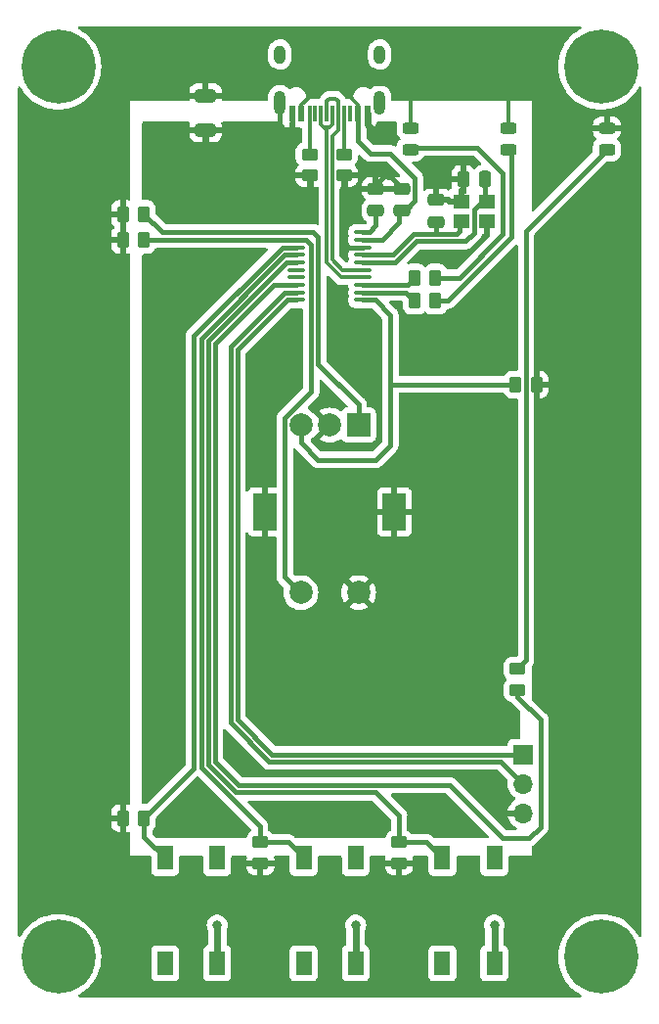
<source format=gtl>
%TF.GenerationSoftware,KiCad,Pcbnew,(6.0.5)*%
%TF.CreationDate,2024-07-06T21:19:43+02:00*%
%TF.ProjectId,USB_Knob,5553425f-4b6e-46f6-922e-6b696361645f,rev?*%
%TF.SameCoordinates,Original*%
%TF.FileFunction,Copper,L1,Top*%
%TF.FilePolarity,Positive*%
%FSLAX46Y46*%
G04 Gerber Fmt 4.6, Leading zero omitted, Abs format (unit mm)*
G04 Created by KiCad (PCBNEW (6.0.5)) date 2024-07-06 21:19:43*
%MOMM*%
%LPD*%
G01*
G04 APERTURE LIST*
G04 Aperture macros list*
%AMRoundRect*
0 Rectangle with rounded corners*
0 $1 Rounding radius*
0 $2 $3 $4 $5 $6 $7 $8 $9 X,Y pos of 4 corners*
0 Add a 4 corners polygon primitive as box body*
4,1,4,$2,$3,$4,$5,$6,$7,$8,$9,$2,$3,0*
0 Add four circle primitives for the rounded corners*
1,1,$1+$1,$2,$3*
1,1,$1+$1,$4,$5*
1,1,$1+$1,$6,$7*
1,1,$1+$1,$8,$9*
0 Add four rect primitives between the rounded corners*
20,1,$1+$1,$2,$3,$4,$5,0*
20,1,$1+$1,$4,$5,$6,$7,0*
20,1,$1+$1,$6,$7,$8,$9,0*
20,1,$1+$1,$8,$9,$2,$3,0*%
G04 Aperture macros list end*
%TA.AperFunction,SMDPad,CuDef*%
%ADD10RoundRect,0.250000X-0.262500X-0.450000X0.262500X-0.450000X0.262500X0.450000X-0.262500X0.450000X0*%
%TD*%
%TA.AperFunction,SMDPad,CuDef*%
%ADD11R,1.400000X1.200000*%
%TD*%
%TA.AperFunction,SMDPad,CuDef*%
%ADD12R,1.400000X2.100000*%
%TD*%
%TA.AperFunction,SMDPad,CuDef*%
%ADD13RoundRect,0.250000X0.262500X0.450000X-0.262500X0.450000X-0.262500X-0.450000X0.262500X-0.450000X0*%
%TD*%
%TA.AperFunction,SMDPad,CuDef*%
%ADD14RoundRect,0.250000X-0.450000X0.262500X-0.450000X-0.262500X0.450000X-0.262500X0.450000X0.262500X0*%
%TD*%
%TA.AperFunction,SMDPad,CuDef*%
%ADD15RoundRect,0.250000X0.450000X-0.262500X0.450000X0.262500X-0.450000X0.262500X-0.450000X-0.262500X0*%
%TD*%
%TA.AperFunction,ComponentPad*%
%ADD16R,1.700000X1.700000*%
%TD*%
%TA.AperFunction,ComponentPad*%
%ADD17O,1.700000X1.700000*%
%TD*%
%TA.AperFunction,ComponentPad*%
%ADD18C,6.400000*%
%TD*%
%TA.AperFunction,SMDPad,CuDef*%
%ADD19RoundRect,0.250000X-0.475000X0.250000X-0.475000X-0.250000X0.475000X-0.250000X0.475000X0.250000X0*%
%TD*%
%TA.AperFunction,SMDPad,CuDef*%
%ADD20RoundRect,0.243750X0.456250X-0.243750X0.456250X0.243750X-0.456250X0.243750X-0.456250X-0.243750X0*%
%TD*%
%TA.AperFunction,SMDPad,CuDef*%
%ADD21R,0.600000X1.450000*%
%TD*%
%TA.AperFunction,SMDPad,CuDef*%
%ADD22R,0.300000X1.450000*%
%TD*%
%TA.AperFunction,ComponentPad*%
%ADD23O,1.000000X2.100000*%
%TD*%
%TA.AperFunction,ComponentPad*%
%ADD24O,1.000000X1.600000*%
%TD*%
%TA.AperFunction,SMDPad,CuDef*%
%ADD25RoundRect,0.250000X-0.650000X0.325000X-0.650000X-0.325000X0.650000X-0.325000X0.650000X0.325000X0*%
%TD*%
%TA.AperFunction,SMDPad,CuDef*%
%ADD26RoundRect,0.250000X-0.250000X-0.475000X0.250000X-0.475000X0.250000X0.475000X-0.250000X0.475000X0*%
%TD*%
%TA.AperFunction,SMDPad,CuDef*%
%ADD27RoundRect,0.100000X-0.637500X-0.100000X0.637500X-0.100000X0.637500X0.100000X-0.637500X0.100000X0*%
%TD*%
%TA.AperFunction,ComponentPad*%
%ADD28R,2.000000X2.000000*%
%TD*%
%TA.AperFunction,ComponentPad*%
%ADD29C,2.000000*%
%TD*%
%TA.AperFunction,ComponentPad*%
%ADD30R,2.000000X3.200000*%
%TD*%
%TA.AperFunction,SMDPad,CuDef*%
%ADD31RoundRect,0.250000X0.475000X-0.250000X0.475000X0.250000X-0.475000X0.250000X-0.475000X-0.250000X0*%
%TD*%
%TA.AperFunction,ViaPad*%
%ADD32C,0.800000*%
%TD*%
%TA.AperFunction,Conductor*%
%ADD33C,0.300000*%
%TD*%
%TA.AperFunction,Conductor*%
%ADD34C,0.400000*%
%TD*%
%TA.AperFunction,Conductor*%
%ADD35C,0.600000*%
%TD*%
G04 APERTURE END LIST*
D10*
%TO.P,R6,1*%
%TO.N,/ENC_B*%
X165587500Y-92500000D03*
%TO.P,R6,2*%
%TO.N,+5V*%
X167412500Y-92500000D03*
%TD*%
D11*
%TO.P,Y1,1,1*%
%TO.N,/XI*%
X160900000Y-78350000D03*
%TO.P,Y1,2,2*%
%TO.N,GND*%
X163100000Y-78350000D03*
%TO.P,Y1,3,3*%
%TO.N,/XO*%
X163100000Y-76650000D03*
%TO.P,Y1,4,4*%
%TO.N,GND*%
X160900000Y-76650000D03*
%TD*%
D12*
%TO.P,S1,1,1*%
%TO.N,unconnected-(S1-Pad1)*%
X135250000Y-142550000D03*
%TO.P,S1,2,2*%
%TO.N,/SW1*%
X135250000Y-133450000D03*
%TO.P,S1,3,3*%
%TO.N,GND*%
X139750000Y-142550000D03*
%TO.P,S1,4,4*%
%TO.N,unconnected-(S1-Pad4)*%
X139750000Y-133450000D03*
%TD*%
D13*
%TO.P,R9,1*%
%TO.N,/ENC_SW*%
X133412500Y-80000000D03*
%TO.P,R9,2*%
%TO.N,+5V*%
X131587500Y-80000000D03*
%TD*%
D12*
%TO.P,S2,1,1*%
%TO.N,unconnected-(S2-Pad1)*%
X147250000Y-142550000D03*
%TO.P,S2,2,2*%
%TO.N,/SW2*%
X147250000Y-133450000D03*
%TO.P,S2,3,3*%
%TO.N,GND*%
X151750000Y-142550000D03*
%TO.P,S2,4,4*%
%TO.N,unconnected-(S2-Pad4)*%
X151750000Y-133450000D03*
%TD*%
D14*
%TO.P,R2,1*%
%TO.N,Net-(J1-PadB5)*%
X147750000Y-72587500D03*
%TO.P,R2,2*%
%TO.N,GND*%
X147750000Y-74412500D03*
%TD*%
D15*
%TO.P,R11,1*%
%TO.N,/LED3*%
X165750000Y-118912500D03*
%TO.P,R11,2*%
%TO.N,Net-(D3-Pad1)*%
X165750000Y-117087500D03*
%TD*%
D16*
%TO.P,J2,1,Pin_1*%
%TO.N,/RXD*%
X166250000Y-124500000D03*
D17*
%TO.P,J2,2,Pin_2*%
%TO.N,/TXD*%
X166250000Y-127040000D03*
%TO.P,J2,3,Pin_3*%
%TO.N,GND*%
X166250000Y-129580000D03*
%TD*%
D18*
%TO.P,H2,1,1*%
%TO.N,GND*%
X173000000Y-65000000D03*
%TD*%
D10*
%TO.P,R10,1*%
%TO.N,/LED2*%
X156837500Y-85250000D03*
%TO.P,R10,2*%
%TO.N,Net-(D2-Pad1)*%
X158662500Y-85250000D03*
%TD*%
D18*
%TO.P,H1,1,1*%
%TO.N,GND*%
X126000000Y-65000000D03*
%TD*%
%TO.P,H4,1,1*%
%TO.N,GND*%
X173000000Y-142000000D03*
%TD*%
D19*
%TO.P,C3,1*%
%TO.N,GND*%
X155750000Y-75550000D03*
%TO.P,C3,2*%
%TO.N,+5V*%
X155750000Y-77450000D03*
%TD*%
D10*
%TO.P,R8,1*%
%TO.N,/LED1*%
X156837500Y-83250000D03*
%TO.P,R8,2*%
%TO.N,Net-(D1-Pad1)*%
X158662500Y-83250000D03*
%TD*%
D20*
%TO.P,D2,1,K*%
%TO.N,Net-(D2-Pad1)*%
X165000000Y-72187500D03*
%TO.P,D2,2,A*%
%TO.N,+5V*%
X165000000Y-70312500D03*
%TD*%
%TO.P,D3,1,K*%
%TO.N,Net-(D3-Pad1)*%
X173500000Y-72187500D03*
%TO.P,D3,2,A*%
%TO.N,+5V*%
X173500000Y-70312500D03*
%TD*%
D21*
%TO.P,J1,A1,GND*%
%TO.N,GND*%
X152750000Y-69045000D03*
%TO.P,J1,A4,VBUS*%
%TO.N,+5V*%
X151950000Y-69045000D03*
D22*
%TO.P,J1,A5,CC1*%
%TO.N,Net-(J1-PadA5)*%
X150750000Y-69045000D03*
%TO.P,J1,A6,D+*%
%TO.N,/USB1DP*%
X149750000Y-69045000D03*
%TO.P,J1,A7,D-*%
%TO.N,/USB1DM*%
X149250000Y-69045000D03*
%TO.P,J1,A8,SBU1*%
%TO.N,unconnected-(J1-PadA8)*%
X148250000Y-69045000D03*
D21*
%TO.P,J1,A9,VBUS*%
%TO.N,+5V*%
X147050000Y-69045000D03*
%TO.P,J1,A12,GND*%
%TO.N,GND*%
X146250000Y-69045000D03*
%TO.P,J1,B1,GND*%
X146250000Y-69045000D03*
%TO.P,J1,B4,VBUS*%
%TO.N,+5V*%
X147050000Y-69045000D03*
D22*
%TO.P,J1,B5,CC2*%
%TO.N,Net-(J1-PadB5)*%
X147750000Y-69045000D03*
%TO.P,J1,B6,D+*%
%TO.N,/USB1DP*%
X148750000Y-69045000D03*
%TO.P,J1,B7,D-*%
%TO.N,/USB1DM*%
X150250000Y-69045000D03*
%TO.P,J1,B8,SBU2*%
%TO.N,unconnected-(J1-PadB8)*%
X151250000Y-69045000D03*
D21*
%TO.P,J1,B9,VBUS*%
%TO.N,+5V*%
X151950000Y-69045000D03*
%TO.P,J1,B12,GND*%
%TO.N,GND*%
X152750000Y-69045000D03*
D23*
%TO.P,J1,S1,SHIELD*%
X153820000Y-68130000D03*
D24*
X153820000Y-63950000D03*
X145180000Y-63950000D03*
D23*
X145180000Y-68130000D03*
%TD*%
D13*
%TO.P,R7,1*%
%TO.N,/ENC_A*%
X133412500Y-77750000D03*
%TO.P,R7,2*%
%TO.N,+5V*%
X131587500Y-77750000D03*
%TD*%
D15*
%TO.P,R4,1*%
%TO.N,+5V*%
X143500000Y-133912500D03*
%TO.P,R4,2*%
%TO.N,/SW2*%
X143500000Y-132087500D03*
%TD*%
D14*
%TO.P,R1,1*%
%TO.N,Net-(J1-PadA5)*%
X150750000Y-72587500D03*
%TO.P,R1,2*%
%TO.N,GND*%
X150750000Y-74412500D03*
%TD*%
D15*
%TO.P,R5,1*%
%TO.N,+5V*%
X155500000Y-133912500D03*
%TO.P,R5,2*%
%TO.N,/SW3*%
X155500000Y-132087500D03*
%TD*%
D18*
%TO.P,H3,1,1*%
%TO.N,GND*%
X126000000Y-142000000D03*
%TD*%
D25*
%TO.P,C1,1*%
%TO.N,+5V*%
X138750000Y-67525000D03*
%TO.P,C1,2*%
%TO.N,GND*%
X138750000Y-70475000D03*
%TD*%
D26*
%TO.P,C5,1*%
%TO.N,GND*%
X161050000Y-74750000D03*
%TO.P,C5,2*%
%TO.N,/XO*%
X162950000Y-74750000D03*
%TD*%
D20*
%TO.P,D1,1,K*%
%TO.N,Net-(D1-Pad1)*%
X156500000Y-72187500D03*
%TO.P,D1,2,A*%
%TO.N,+5V*%
X156500000Y-70312500D03*
%TD*%
D10*
%TO.P,R3,1*%
%TO.N,+5V*%
X131587500Y-130000000D03*
%TO.P,R3,2*%
%TO.N,/SW1*%
X133412500Y-130000000D03*
%TD*%
D27*
%TO.P,U1,1,P3.2/TXD1_/INT0/VBUS1/AIN3*%
%TO.N,/ENC_A*%
X146637500Y-79325000D03*
%TO.P,U1,2,P1.4/T2_/CAP1/SCS/TIN2/UCC1/AIN1*%
%TO.N,/ENC_SW*%
X146637500Y-79975000D03*
%TO.P,U1,3,P1.5/MOSI/PWM1/TIN3/UCC2/AIN2*%
%TO.N,/SW1*%
X146637500Y-80625000D03*
%TO.P,U1,4,P1.6/MISO/RXD1/TIN4*%
%TO.N,/SW2*%
X146637500Y-81275000D03*
%TO.P,U1,5,P1.7/SCK/TXD1/TIN5*%
%TO.N,/SW3*%
X146637500Y-81925000D03*
%TO.P,U1,6,RST/T2EX_/CAP2_*%
%TO.N,unconnected-(U1-Pad6)*%
X146637500Y-82575000D03*
%TO.P,U1,7,P1.0/T2/CAP1/TIN0*%
%TO.N,unconnected-(U1-Pad7)*%
X146637500Y-83225000D03*
%TO.P,U1,8,P1.1/T2EX/CAP2/TIN1/VBUS2/AIN0*%
%TO.N,/LED3*%
X146637500Y-83875000D03*
%TO.P,U1,9,P3.1/PWM2_/TXD*%
%TO.N,/TXD*%
X146637500Y-84525000D03*
%TO.P,U1,10,P3.0/PWM1_/RXD*%
%TO.N,/RXD*%
X146637500Y-85175000D03*
%TO.P,U1,11,P3.3/INT1*%
%TO.N,/ENC_B*%
X152362500Y-85175000D03*
%TO.P,U1,12,P3.4/PWM2/RXD1_/T0*%
%TO.N,/LED2*%
X152362500Y-84525000D03*
%TO.P,U1,13,P3.5/T1*%
%TO.N,/LED1*%
X152362500Y-83875000D03*
%TO.P,U1,14,P3.6/UDP*%
%TO.N,/USB1DP*%
X152362500Y-83225000D03*
%TO.P,U1,15,P3.7/UDM*%
%TO.N,/USB1DM*%
X152362500Y-82575000D03*
%TO.P,U1,16,P1.3/XO/TXD_*%
%TO.N,/XO*%
X152362500Y-81925000D03*
%TO.P,U1,17,P1.2/XI/RXD_*%
%TO.N,/XI*%
X152362500Y-81275000D03*
%TO.P,U1,18,GND/VSS*%
%TO.N,GND*%
X152362500Y-80625000D03*
%TO.P,U1,19,VCC/VDD*%
%TO.N,+5V*%
X152362500Y-79975000D03*
%TO.P,U1,20,V33*%
%TO.N,Net-(C2-Pad1)*%
X152362500Y-79325000D03*
%TD*%
D28*
%TO.P,SW1,A,A*%
%TO.N,/ENC_A*%
X152000000Y-96000000D03*
D29*
%TO.P,SW1,B,B*%
%TO.N,/ENC_B*%
X147000000Y-96000000D03*
%TO.P,SW1,C,C*%
%TO.N,GND*%
X149500000Y-96000000D03*
D30*
%TO.P,SW1,MP,MP*%
X155100000Y-103500000D03*
X143900000Y-103500000D03*
D29*
%TO.P,SW1,S1,S1*%
%TO.N,/ENC_SW*%
X147000000Y-110500000D03*
%TO.P,SW1,S2,S2*%
%TO.N,GND*%
X152000000Y-110500000D03*
%TD*%
D12*
%TO.P,S3,1,1*%
%TO.N,unconnected-(S3-Pad1)*%
X159250000Y-142550000D03*
%TO.P,S3,2,2*%
%TO.N,/SW3*%
X159250000Y-133450000D03*
%TO.P,S3,3,3*%
%TO.N,GND*%
X163750000Y-142550000D03*
%TO.P,S3,4,4*%
%TO.N,unconnected-(S3-Pad4)*%
X163750000Y-133450000D03*
%TD*%
D19*
%TO.P,C4,1*%
%TO.N,GND*%
X158750000Y-76550000D03*
%TO.P,C4,2*%
%TO.N,/XI*%
X158750000Y-78450000D03*
%TD*%
D31*
%TO.P,C2,1*%
%TO.N,Net-(C2-Pad1)*%
X153500000Y-77450000D03*
%TO.P,C2,2*%
%TO.N,GND*%
X153500000Y-75550000D03*
%TD*%
D32*
%TO.N,GND*%
X155750000Y-128250000D03*
X138750000Y-83000000D03*
X163750000Y-139250000D03*
X139750000Y-139250000D03*
X141750000Y-125250000D03*
X164500000Y-97500000D03*
X151750000Y-139250000D03*
X135500000Y-103500000D03*
X159500000Y-75000000D03*
X160250000Y-81500000D03*
X138750000Y-72250000D03*
X138250000Y-128250000D03*
X154500000Y-74250000D03*
X148500000Y-129750000D03*
X149500000Y-120000000D03*
X156000000Y-91250000D03*
X153500000Y-70750000D03*
X134500000Y-126500000D03*
X165250000Y-81750000D03*
X147750000Y-75750000D03*
X150250000Y-84750000D03*
X150750000Y-75750000D03*
%TD*%
D33*
%TO.N,+5V*%
X147750000Y-67597766D02*
X147750000Y-67000000D01*
D34*
X152362500Y-79975000D02*
X154025000Y-79975000D01*
X155500000Y-77700000D02*
X155750000Y-77450000D01*
D33*
X151950000Y-68297766D02*
X151950000Y-69045000D01*
X151250000Y-67597766D02*
X151950000Y-68297766D01*
D34*
X154025000Y-79975000D02*
X155500000Y-78500000D01*
D33*
X156500000Y-66500000D02*
X151750000Y-66500000D01*
X156500000Y-70312500D02*
X156500000Y-66500000D01*
X164250000Y-66500000D02*
X156500000Y-66500000D01*
D34*
X151950000Y-71450000D02*
X151950000Y-69045000D01*
D33*
X147050000Y-68297766D02*
X147750000Y-67597766D01*
D34*
X156874520Y-76625480D02*
X156874520Y-74624520D01*
X156050000Y-77450000D02*
X156874520Y-76625480D01*
X154750000Y-72500000D02*
X153000000Y-72500000D01*
X155500000Y-78500000D02*
X155500000Y-77700000D01*
D33*
X148000000Y-66750000D02*
X151500000Y-66750000D01*
D34*
X156874520Y-74624520D02*
X154750000Y-72500000D01*
D33*
X165000000Y-67250000D02*
X164250000Y-66500000D01*
X147750000Y-67000000D02*
X148000000Y-66750000D01*
X165000000Y-70312500D02*
X165000000Y-67250000D01*
X151500000Y-66750000D02*
X151750000Y-66500000D01*
X147050000Y-69045000D02*
X147050000Y-68297766D01*
X151250000Y-67000000D02*
X151250000Y-67597766D01*
D34*
X153000000Y-72500000D02*
X151950000Y-71450000D01*
D33*
X151750000Y-66500000D02*
X151250000Y-67000000D01*
D34*
X155750000Y-77450000D02*
X156050000Y-77450000D01*
%TO.N,GND*%
X150750000Y-80500000D02*
X150750000Y-75750000D01*
X153500000Y-75250000D02*
X154500000Y-74250000D01*
D35*
X152750000Y-70000000D02*
X153500000Y-70750000D01*
X151750000Y-142550000D02*
X151750000Y-139250000D01*
D34*
X146250000Y-70500000D02*
X146000000Y-70750000D01*
D35*
X139750000Y-142550000D02*
X139750000Y-139250000D01*
X163750000Y-142550000D02*
X163750000Y-139250000D01*
D34*
X152362500Y-80625000D02*
X150875000Y-80625000D01*
X155750000Y-75550000D02*
X155750000Y-75500000D01*
X146250000Y-69045000D02*
X146250000Y-70500000D01*
D35*
X138750000Y-70475000D02*
X138750000Y-72250000D01*
D34*
X145180000Y-70320000D02*
X145000000Y-70500000D01*
X155750000Y-75500000D02*
X154500000Y-74250000D01*
D35*
X150750000Y-74412500D02*
X150750000Y-75750000D01*
D34*
X150875000Y-80625000D02*
X150750000Y-80500000D01*
D35*
X152750000Y-69045000D02*
X152750000Y-70000000D01*
X147750000Y-74412500D02*
X147750000Y-75750000D01*
D34*
X145180000Y-68130000D02*
X145180000Y-70320000D01*
X153500000Y-75550000D02*
X153500000Y-75250000D01*
%TO.N,Net-(C2-Pad1)*%
X152362500Y-79325000D02*
X152925000Y-79325000D01*
X153500000Y-78750000D02*
X153500000Y-77450000D01*
X152925000Y-79325000D02*
X153500000Y-78750000D01*
%TO.N,Net-(D1-Pad1)*%
X162250000Y-72000000D02*
X156687500Y-72000000D01*
X158662500Y-83250000D02*
X160750000Y-83250000D01*
X156687500Y-72000000D02*
X156500000Y-72187500D01*
X164500000Y-79500000D02*
X164500000Y-74250000D01*
X164500000Y-74250000D02*
X162250000Y-72000000D01*
X160750000Y-83250000D02*
X164500000Y-79500000D01*
%TO.N,Net-(D2-Pad1)*%
X165250000Y-72437500D02*
X165000000Y-72187500D01*
X159750000Y-85250000D02*
X165250000Y-79750000D01*
X158662500Y-85250000D02*
X159750000Y-85250000D01*
X165250000Y-79750000D02*
X165250000Y-72437500D01*
%TO.N,Net-(D3-Pad1)*%
X166500480Y-79187020D02*
X173500000Y-72187500D01*
X165750000Y-117087500D02*
X166500480Y-116337020D01*
X166500480Y-116337020D02*
X166500480Y-79187020D01*
D33*
%TO.N,Net-(J1-PadA5)*%
X150750000Y-69045000D02*
X150750000Y-72587500D01*
%TO.N,/USB1DP*%
X149750000Y-70000000D02*
X149500000Y-70250000D01*
X148750000Y-69045000D02*
X148750000Y-70000000D01*
X149200961Y-81493571D02*
X149200961Y-70450961D01*
X152362500Y-83225000D02*
X150475000Y-83225000D01*
X149000000Y-70250000D02*
X149500000Y-70250000D01*
X149750000Y-69045000D02*
X149750000Y-70000000D01*
X149200961Y-70450961D02*
X149000000Y-70250000D01*
X150475000Y-83225000D02*
X149200960Y-81950960D01*
X148750000Y-70000000D02*
X149000000Y-70250000D01*
X149200960Y-81950960D02*
X149200961Y-81493571D01*
%TO.N,/USB1DM*%
X152362500Y-82575000D02*
X150575000Y-82575000D01*
X150250000Y-67970978D02*
X150250000Y-69045000D01*
X150250000Y-70500000D02*
X150250000Y-69045000D01*
X149250000Y-68000000D02*
X149500000Y-67750000D01*
X149700480Y-71049520D02*
X150250000Y-70500000D01*
X149500000Y-67750000D02*
X150029022Y-67750000D01*
X149700480Y-81700480D02*
X149700480Y-71049520D01*
X150575000Y-82575000D02*
X149700480Y-81700480D01*
X149250000Y-69045000D02*
X149250000Y-68000000D01*
X150029022Y-67750000D02*
X150250000Y-67970978D01*
%TO.N,Net-(J1-PadB5)*%
X147750000Y-69045000D02*
X147750000Y-72587500D01*
D34*
%TO.N,/SW1*%
X146637500Y-80625000D02*
X145375000Y-80625000D01*
X133412500Y-131612500D02*
X135250000Y-133450000D01*
X137750000Y-125662500D02*
X133412500Y-130000000D01*
X133412500Y-130000000D02*
X133412500Y-131612500D01*
X137750000Y-88250000D02*
X137750000Y-125662500D01*
X145375000Y-80625000D02*
X137750000Y-88250000D01*
%TO.N,/SW2*%
X143451075Y-132038575D02*
X143500000Y-132087500D01*
X138349520Y-125599520D02*
X143451075Y-130701075D01*
X145572850Y-81275000D02*
X138349520Y-88498330D01*
X143500000Y-132087500D02*
X145887500Y-132087500D01*
X145887500Y-132087500D02*
X147250000Y-133450000D01*
X143451075Y-130701075D02*
X143451075Y-132038575D01*
X146637500Y-81275000D02*
X145572850Y-81275000D01*
X138349520Y-88498330D02*
X138349520Y-125599520D01*
%TO.N,/SW3*%
X145770700Y-81925000D02*
X138949040Y-88746660D01*
X146637500Y-81925000D02*
X145770700Y-81925000D01*
X141347850Y-127750000D02*
X153500000Y-127750000D01*
X157887500Y-132087500D02*
X159250000Y-133450000D01*
X138949040Y-125351190D02*
X141347850Y-127750000D01*
X153500000Y-127750000D02*
X155500000Y-129750000D01*
X155500000Y-129750000D02*
X155500000Y-132087500D01*
X138949040Y-88746660D02*
X138949040Y-125351190D01*
X155500000Y-132087500D02*
X157887500Y-132087500D01*
%TO.N,/ENC_B*%
X154750000Y-97750000D02*
X153500000Y-99000000D01*
X154750000Y-92500000D02*
X154750000Y-97750000D01*
X165587500Y-92500000D02*
X154750000Y-92500000D01*
X147000000Y-97500000D02*
X147000000Y-96000000D01*
X152362500Y-85175000D02*
X153425000Y-85175000D01*
X153500000Y-99000000D02*
X148500000Y-99000000D01*
X148500000Y-99000000D02*
X147000000Y-97500000D01*
X153425000Y-85175000D02*
X154750000Y-86500000D01*
X154750000Y-86500000D02*
X154750000Y-92500000D01*
%TO.N,/ENC_A*%
X134987500Y-79325000D02*
X133412500Y-77750000D01*
X148500000Y-90750000D02*
X152000000Y-94250000D01*
X148075000Y-79325000D02*
X148500000Y-79750000D01*
X146637500Y-79325000D02*
X148075000Y-79325000D01*
X148500000Y-79750000D02*
X148500000Y-90750000D01*
X146637500Y-79325000D02*
X134987500Y-79325000D01*
X152000000Y-94250000D02*
X152000000Y-96000000D01*
%TO.N,/LED1*%
X152362500Y-83875000D02*
X156212500Y-83875000D01*
X156212500Y-83875000D02*
X156837500Y-83250000D01*
%TO.N,/ENC_SW*%
X147475000Y-79975000D02*
X147900480Y-80400480D01*
X133437500Y-79975000D02*
X133412500Y-80000000D01*
X146637500Y-79975000D02*
X133437500Y-79975000D01*
X147900480Y-93120311D02*
X145600489Y-95420302D01*
X145600489Y-95420302D02*
X145600489Y-109100489D01*
X146637500Y-79975000D02*
X147475000Y-79975000D01*
X147900480Y-80400480D02*
X147900480Y-93120311D01*
X145600489Y-109100489D02*
X147000000Y-110500000D01*
%TO.N,/LED2*%
X152362500Y-84525000D02*
X156112500Y-84525000D01*
X156112500Y-84525000D02*
X156837500Y-85250000D01*
%TO.N,/LED3*%
X139548560Y-125102860D02*
X141596180Y-127150480D01*
X146637500Y-83875000D02*
X144668550Y-83875000D01*
X166750000Y-131750000D02*
X167750000Y-130750000D01*
X144668550Y-83875000D02*
X139548560Y-88994990D01*
X159900480Y-127150480D02*
X164500000Y-131750000D01*
X167750000Y-130750000D02*
X167750000Y-121500000D01*
X141596180Y-127150480D02*
X159900480Y-127150480D01*
X139548560Y-88994990D02*
X139548560Y-125102860D01*
X164500000Y-131750000D02*
X166750000Y-131750000D01*
X165750000Y-119500000D02*
X165750000Y-118912500D01*
X167750000Y-121500000D02*
X165750000Y-119500000D01*
%TO.N,/XO*%
X162000000Y-79349022D02*
X162000000Y-77350978D01*
X155172849Y-81925000D02*
X156998330Y-80099520D01*
X156998330Y-80099520D02*
X161249502Y-80099520D01*
X161249502Y-80099520D02*
X162000000Y-79349022D01*
X162950000Y-76500000D02*
X163100000Y-76650000D01*
X162000000Y-77350978D02*
X162700978Y-76650000D01*
X152362500Y-81925000D02*
X155172849Y-81925000D01*
X162700978Y-76650000D02*
X163100000Y-76650000D01*
X162950000Y-74750000D02*
X162950000Y-76500000D01*
%TO.N,/XI*%
X152362500Y-81275000D02*
X154975000Y-81275000D01*
X160750000Y-78500000D02*
X160900000Y-78350000D01*
X158750000Y-78450000D02*
X158750000Y-79500000D01*
X160500000Y-79500000D02*
X160750000Y-79250000D01*
X156750000Y-79500000D02*
X158750000Y-79500000D01*
X160750000Y-79250000D02*
X160750000Y-78500000D01*
X158750000Y-79500000D02*
X160500000Y-79500000D01*
X154975000Y-81275000D02*
X156750000Y-79500000D01*
%TO.N,/TXD*%
X146637500Y-84525000D02*
X145627151Y-84525000D01*
X140900480Y-121748330D02*
X144251671Y-125099520D01*
X144251671Y-125099520D02*
X164309520Y-125099520D01*
X140900480Y-89251671D02*
X140900480Y-121748330D01*
X145627151Y-84525000D02*
X140900480Y-89251671D01*
X164309520Y-125099520D02*
X166250000Y-127040000D01*
%TO.N,/RXD*%
X145825000Y-85175000D02*
X141500000Y-89500000D01*
X141500000Y-121500000D02*
X144500000Y-124500000D01*
X141500000Y-89500000D02*
X141500000Y-121500000D01*
X144500000Y-124500000D02*
X166250000Y-124500000D01*
X146637500Y-85175000D02*
X145825000Y-85175000D01*
%TD*%
%TA.AperFunction,Conductor*%
%TO.N,+5V*%
G36*
X171227076Y-61528502D02*
G01*
X171273569Y-61582158D01*
X171283673Y-61652432D01*
X171254179Y-61717012D01*
X171216158Y-61746767D01*
X171146147Y-61782439D01*
X171146140Y-61782443D01*
X171143206Y-61783938D01*
X170817207Y-61995643D01*
X170515124Y-62240266D01*
X170240266Y-62515124D01*
X169995643Y-62817207D01*
X169993848Y-62819970D01*
X169993848Y-62819971D01*
X169822109Y-63084428D01*
X169783938Y-63143206D01*
X169782443Y-63146140D01*
X169782439Y-63146147D01*
X169622879Y-63459301D01*
X169607468Y-63489547D01*
X169468167Y-63852438D01*
X169367562Y-64227901D01*
X169306754Y-64611824D01*
X169286411Y-65000000D01*
X169306754Y-65388176D01*
X169367562Y-65772099D01*
X169468167Y-66147562D01*
X169607468Y-66510453D01*
X169608966Y-66513393D01*
X169774824Y-66838906D01*
X169783938Y-66856794D01*
X169785734Y-66859560D01*
X169785736Y-66859563D01*
X169946499Y-67107118D01*
X169995643Y-67182793D01*
X170056448Y-67257881D01*
X170162871Y-67389301D01*
X170240266Y-67484876D01*
X170515124Y-67759734D01*
X170517682Y-67761806D01*
X170517686Y-67761809D01*
X170586007Y-67817134D01*
X170817207Y-68004357D01*
X171143205Y-68216062D01*
X171146139Y-68217557D01*
X171146146Y-68217561D01*
X171486607Y-68391034D01*
X171489547Y-68392532D01*
X171852438Y-68531833D01*
X172227901Y-68632438D01*
X172431793Y-68664732D01*
X172608576Y-68692732D01*
X172608584Y-68692733D01*
X172611824Y-68693246D01*
X173000000Y-68713589D01*
X173388176Y-68693246D01*
X173391416Y-68692733D01*
X173391424Y-68692732D01*
X173568207Y-68664732D01*
X173772099Y-68632438D01*
X174147562Y-68531833D01*
X174510453Y-68392532D01*
X174513393Y-68391034D01*
X174853854Y-68217561D01*
X174853861Y-68217557D01*
X174856795Y-68216062D01*
X175182793Y-68004357D01*
X175413993Y-67817134D01*
X175482314Y-67761809D01*
X175482318Y-67761806D01*
X175484876Y-67759734D01*
X175759734Y-67484876D01*
X175837130Y-67389301D01*
X175943552Y-67257881D01*
X176004357Y-67182793D01*
X176053501Y-67107118D01*
X176214264Y-66859563D01*
X176214266Y-66859560D01*
X176216062Y-66856794D01*
X176225177Y-66838906D01*
X176253233Y-66783842D01*
X176301981Y-66732227D01*
X176370896Y-66715161D01*
X176438098Y-66738062D01*
X176482250Y-66793659D01*
X176491500Y-66841045D01*
X176491500Y-140158955D01*
X176471498Y-140227076D01*
X176417842Y-140273569D01*
X176347568Y-140283673D01*
X176282988Y-140254179D01*
X176253233Y-140216158D01*
X176217561Y-140146147D01*
X176217557Y-140146140D01*
X176216062Y-140143206D01*
X176004357Y-139817207D01*
X175759734Y-139515124D01*
X175484876Y-139240266D01*
X175182793Y-138995643D01*
X174856795Y-138783938D01*
X174853861Y-138782443D01*
X174853854Y-138782439D01*
X174513393Y-138608966D01*
X174510453Y-138607468D01*
X174147562Y-138468167D01*
X173772099Y-138367562D01*
X173568207Y-138335268D01*
X173391424Y-138307268D01*
X173391416Y-138307267D01*
X173388176Y-138306754D01*
X173000000Y-138286411D01*
X172611824Y-138306754D01*
X172608584Y-138307267D01*
X172608576Y-138307268D01*
X172431793Y-138335268D01*
X172227901Y-138367562D01*
X171852438Y-138468167D01*
X171489547Y-138607468D01*
X171486607Y-138608966D01*
X171146147Y-138782439D01*
X171146140Y-138782443D01*
X171143206Y-138783938D01*
X171140440Y-138785734D01*
X171140437Y-138785736D01*
X170819971Y-138993848D01*
X170817207Y-138995643D01*
X170515124Y-139240266D01*
X170240266Y-139515124D01*
X169995643Y-139817207D01*
X169783938Y-140143206D01*
X169782443Y-140146140D01*
X169782439Y-140146147D01*
X169712366Y-140283673D01*
X169607468Y-140489547D01*
X169468167Y-140852438D01*
X169367562Y-141227901D01*
X169306754Y-141611824D01*
X169286411Y-142000000D01*
X169306754Y-142388176D01*
X169367562Y-142772099D01*
X169468167Y-143147562D01*
X169607468Y-143510453D01*
X169608966Y-143513393D01*
X169713074Y-143717715D01*
X169783938Y-143856794D01*
X169785734Y-143859560D01*
X169785736Y-143859563D01*
X169906308Y-144045229D01*
X169995643Y-144182793D01*
X170240266Y-144484876D01*
X170515124Y-144759734D01*
X170817207Y-145004357D01*
X171143205Y-145216062D01*
X171146139Y-145217557D01*
X171146146Y-145217561D01*
X171216157Y-145253233D01*
X171267772Y-145301981D01*
X171284838Y-145370896D01*
X171261937Y-145438098D01*
X171206340Y-145482250D01*
X171158954Y-145491500D01*
X127841046Y-145491500D01*
X127772925Y-145471498D01*
X127726432Y-145417842D01*
X127716328Y-145347568D01*
X127745822Y-145282988D01*
X127783843Y-145253233D01*
X127853854Y-145217561D01*
X127853861Y-145217557D01*
X127856795Y-145216062D01*
X128182793Y-145004357D01*
X128484876Y-144759734D01*
X128759734Y-144484876D01*
X129004357Y-144182793D01*
X129093692Y-144045229D01*
X129214264Y-143859563D01*
X129214266Y-143859560D01*
X129216062Y-143856794D01*
X129286927Y-143717715D01*
X129322380Y-143648134D01*
X134041500Y-143648134D01*
X134048255Y-143710316D01*
X134099385Y-143846705D01*
X134186739Y-143963261D01*
X134303295Y-144050615D01*
X134439684Y-144101745D01*
X134501866Y-144108500D01*
X135998134Y-144108500D01*
X136060316Y-144101745D01*
X136196705Y-144050615D01*
X136313261Y-143963261D01*
X136400615Y-143846705D01*
X136451745Y-143710316D01*
X136458500Y-143648134D01*
X138541500Y-143648134D01*
X138548255Y-143710316D01*
X138599385Y-143846705D01*
X138686739Y-143963261D01*
X138803295Y-144050615D01*
X138939684Y-144101745D01*
X139001866Y-144108500D01*
X140498134Y-144108500D01*
X140560316Y-144101745D01*
X140696705Y-144050615D01*
X140813261Y-143963261D01*
X140900615Y-143846705D01*
X140951745Y-143710316D01*
X140958500Y-143648134D01*
X146041500Y-143648134D01*
X146048255Y-143710316D01*
X146099385Y-143846705D01*
X146186739Y-143963261D01*
X146303295Y-144050615D01*
X146439684Y-144101745D01*
X146501866Y-144108500D01*
X147998134Y-144108500D01*
X148060316Y-144101745D01*
X148196705Y-144050615D01*
X148313261Y-143963261D01*
X148400615Y-143846705D01*
X148451745Y-143710316D01*
X148458500Y-143648134D01*
X150541500Y-143648134D01*
X150548255Y-143710316D01*
X150599385Y-143846705D01*
X150686739Y-143963261D01*
X150803295Y-144050615D01*
X150939684Y-144101745D01*
X151001866Y-144108500D01*
X152498134Y-144108500D01*
X152560316Y-144101745D01*
X152696705Y-144050615D01*
X152813261Y-143963261D01*
X152900615Y-143846705D01*
X152951745Y-143710316D01*
X152958500Y-143648134D01*
X158041500Y-143648134D01*
X158048255Y-143710316D01*
X158099385Y-143846705D01*
X158186739Y-143963261D01*
X158303295Y-144050615D01*
X158439684Y-144101745D01*
X158501866Y-144108500D01*
X159998134Y-144108500D01*
X160060316Y-144101745D01*
X160196705Y-144050615D01*
X160313261Y-143963261D01*
X160400615Y-143846705D01*
X160451745Y-143710316D01*
X160458500Y-143648134D01*
X162541500Y-143648134D01*
X162548255Y-143710316D01*
X162599385Y-143846705D01*
X162686739Y-143963261D01*
X162803295Y-144050615D01*
X162939684Y-144101745D01*
X163001866Y-144108500D01*
X164498134Y-144108500D01*
X164560316Y-144101745D01*
X164696705Y-144050615D01*
X164813261Y-143963261D01*
X164900615Y-143846705D01*
X164951745Y-143710316D01*
X164958500Y-143648134D01*
X164958500Y-141451866D01*
X164951745Y-141389684D01*
X164900615Y-141253295D01*
X164813261Y-141136739D01*
X164696705Y-141049385D01*
X164686092Y-141045406D01*
X164640270Y-141028228D01*
X164583505Y-140985586D01*
X164558806Y-140919024D01*
X164558500Y-140910246D01*
X164558500Y-139700397D01*
X164575380Y-139637398D01*
X164584527Y-139621556D01*
X164643542Y-139439928D01*
X164663504Y-139250000D01*
X164643542Y-139060072D01*
X164584527Y-138878444D01*
X164489040Y-138713056D01*
X164361253Y-138571134D01*
X164206752Y-138458882D01*
X164200724Y-138456198D01*
X164200722Y-138456197D01*
X164038319Y-138383891D01*
X164038318Y-138383891D01*
X164032288Y-138381206D01*
X163938887Y-138361353D01*
X163851944Y-138342872D01*
X163851939Y-138342872D01*
X163845487Y-138341500D01*
X163654513Y-138341500D01*
X163648061Y-138342872D01*
X163648056Y-138342872D01*
X163561113Y-138361353D01*
X163467712Y-138381206D01*
X163461682Y-138383891D01*
X163461681Y-138383891D01*
X163299278Y-138456197D01*
X163299276Y-138456198D01*
X163293248Y-138458882D01*
X163138747Y-138571134D01*
X163010960Y-138713056D01*
X162915473Y-138878444D01*
X162856458Y-139060072D01*
X162836496Y-139250000D01*
X162856458Y-139439928D01*
X162915473Y-139621556D01*
X162924620Y-139637398D01*
X162941500Y-139700397D01*
X162941500Y-140910246D01*
X162921498Y-140978367D01*
X162867842Y-141024860D01*
X162859730Y-141028228D01*
X162813908Y-141045406D01*
X162803295Y-141049385D01*
X162686739Y-141136739D01*
X162599385Y-141253295D01*
X162548255Y-141389684D01*
X162541500Y-141451866D01*
X162541500Y-143648134D01*
X160458500Y-143648134D01*
X160458500Y-141451866D01*
X160451745Y-141389684D01*
X160400615Y-141253295D01*
X160313261Y-141136739D01*
X160196705Y-141049385D01*
X160060316Y-140998255D01*
X159998134Y-140991500D01*
X158501866Y-140991500D01*
X158439684Y-140998255D01*
X158303295Y-141049385D01*
X158186739Y-141136739D01*
X158099385Y-141253295D01*
X158048255Y-141389684D01*
X158041500Y-141451866D01*
X158041500Y-143648134D01*
X152958500Y-143648134D01*
X152958500Y-141451866D01*
X152951745Y-141389684D01*
X152900615Y-141253295D01*
X152813261Y-141136739D01*
X152696705Y-141049385D01*
X152686092Y-141045406D01*
X152640270Y-141028228D01*
X152583505Y-140985586D01*
X152558806Y-140919024D01*
X152558500Y-140910246D01*
X152558500Y-139700397D01*
X152575380Y-139637398D01*
X152584527Y-139621556D01*
X152643542Y-139439928D01*
X152663504Y-139250000D01*
X152643542Y-139060072D01*
X152584527Y-138878444D01*
X152489040Y-138713056D01*
X152361253Y-138571134D01*
X152206752Y-138458882D01*
X152200724Y-138456198D01*
X152200722Y-138456197D01*
X152038319Y-138383891D01*
X152038318Y-138383891D01*
X152032288Y-138381206D01*
X151938887Y-138361353D01*
X151851944Y-138342872D01*
X151851939Y-138342872D01*
X151845487Y-138341500D01*
X151654513Y-138341500D01*
X151648061Y-138342872D01*
X151648056Y-138342872D01*
X151561113Y-138361353D01*
X151467712Y-138381206D01*
X151461682Y-138383891D01*
X151461681Y-138383891D01*
X151299278Y-138456197D01*
X151299276Y-138456198D01*
X151293248Y-138458882D01*
X151138747Y-138571134D01*
X151010960Y-138713056D01*
X150915473Y-138878444D01*
X150856458Y-139060072D01*
X150836496Y-139250000D01*
X150856458Y-139439928D01*
X150915473Y-139621556D01*
X150924620Y-139637398D01*
X150941500Y-139700397D01*
X150941500Y-140910246D01*
X150921498Y-140978367D01*
X150867842Y-141024860D01*
X150859730Y-141028228D01*
X150813908Y-141045406D01*
X150803295Y-141049385D01*
X150686739Y-141136739D01*
X150599385Y-141253295D01*
X150548255Y-141389684D01*
X150541500Y-141451866D01*
X150541500Y-143648134D01*
X148458500Y-143648134D01*
X148458500Y-141451866D01*
X148451745Y-141389684D01*
X148400615Y-141253295D01*
X148313261Y-141136739D01*
X148196705Y-141049385D01*
X148060316Y-140998255D01*
X147998134Y-140991500D01*
X146501866Y-140991500D01*
X146439684Y-140998255D01*
X146303295Y-141049385D01*
X146186739Y-141136739D01*
X146099385Y-141253295D01*
X146048255Y-141389684D01*
X146041500Y-141451866D01*
X146041500Y-143648134D01*
X140958500Y-143648134D01*
X140958500Y-141451866D01*
X140951745Y-141389684D01*
X140900615Y-141253295D01*
X140813261Y-141136739D01*
X140696705Y-141049385D01*
X140686092Y-141045406D01*
X140640270Y-141028228D01*
X140583505Y-140985586D01*
X140558806Y-140919024D01*
X140558500Y-140910246D01*
X140558500Y-139700397D01*
X140575380Y-139637398D01*
X140584527Y-139621556D01*
X140643542Y-139439928D01*
X140663504Y-139250000D01*
X140643542Y-139060072D01*
X140584527Y-138878444D01*
X140489040Y-138713056D01*
X140361253Y-138571134D01*
X140206752Y-138458882D01*
X140200724Y-138456198D01*
X140200722Y-138456197D01*
X140038319Y-138383891D01*
X140038318Y-138383891D01*
X140032288Y-138381206D01*
X139938887Y-138361353D01*
X139851944Y-138342872D01*
X139851939Y-138342872D01*
X139845487Y-138341500D01*
X139654513Y-138341500D01*
X139648061Y-138342872D01*
X139648056Y-138342872D01*
X139561113Y-138361353D01*
X139467712Y-138381206D01*
X139461682Y-138383891D01*
X139461681Y-138383891D01*
X139299278Y-138456197D01*
X139299276Y-138456198D01*
X139293248Y-138458882D01*
X139138747Y-138571134D01*
X139010960Y-138713056D01*
X138915473Y-138878444D01*
X138856458Y-139060072D01*
X138836496Y-139250000D01*
X138856458Y-139439928D01*
X138915473Y-139621556D01*
X138924620Y-139637398D01*
X138941500Y-139700397D01*
X138941500Y-140910246D01*
X138921498Y-140978367D01*
X138867842Y-141024860D01*
X138859730Y-141028228D01*
X138813908Y-141045406D01*
X138803295Y-141049385D01*
X138686739Y-141136739D01*
X138599385Y-141253295D01*
X138548255Y-141389684D01*
X138541500Y-141451866D01*
X138541500Y-143648134D01*
X136458500Y-143648134D01*
X136458500Y-141451866D01*
X136451745Y-141389684D01*
X136400615Y-141253295D01*
X136313261Y-141136739D01*
X136196705Y-141049385D01*
X136060316Y-140998255D01*
X135998134Y-140991500D01*
X134501866Y-140991500D01*
X134439684Y-140998255D01*
X134303295Y-141049385D01*
X134186739Y-141136739D01*
X134099385Y-141253295D01*
X134048255Y-141389684D01*
X134041500Y-141451866D01*
X134041500Y-143648134D01*
X129322380Y-143648134D01*
X129391034Y-143513393D01*
X129392532Y-143510453D01*
X129531833Y-143147562D01*
X129632438Y-142772099D01*
X129693246Y-142388176D01*
X129713589Y-142000000D01*
X129693246Y-141611824D01*
X129632438Y-141227901D01*
X129531833Y-140852438D01*
X129392532Y-140489547D01*
X129287634Y-140283673D01*
X129217561Y-140146147D01*
X129217557Y-140146140D01*
X129216062Y-140143206D01*
X129004357Y-139817207D01*
X128759734Y-139515124D01*
X128484876Y-139240266D01*
X128182793Y-138995643D01*
X127856795Y-138783938D01*
X127853861Y-138782443D01*
X127853854Y-138782439D01*
X127513393Y-138608966D01*
X127510453Y-138607468D01*
X127147562Y-138468167D01*
X126772099Y-138367562D01*
X126568207Y-138335268D01*
X126391424Y-138307268D01*
X126391416Y-138307267D01*
X126388176Y-138306754D01*
X126000000Y-138286411D01*
X125611824Y-138306754D01*
X125608584Y-138307267D01*
X125608576Y-138307268D01*
X125431793Y-138335268D01*
X125227901Y-138367562D01*
X124852438Y-138468167D01*
X124489547Y-138607468D01*
X124486607Y-138608966D01*
X124146147Y-138782439D01*
X124146140Y-138782443D01*
X124143206Y-138783938D01*
X124140440Y-138785734D01*
X124140437Y-138785736D01*
X123819971Y-138993848D01*
X123817207Y-138995643D01*
X123515124Y-139240266D01*
X123240266Y-139515124D01*
X122995643Y-139817207D01*
X122783938Y-140143206D01*
X122782443Y-140146140D01*
X122782439Y-140146147D01*
X122746767Y-140216158D01*
X122698019Y-140267773D01*
X122629104Y-140284839D01*
X122561902Y-140261938D01*
X122517750Y-140206341D01*
X122508500Y-140158955D01*
X122508500Y-130497095D01*
X130567001Y-130497095D01*
X130567338Y-130503614D01*
X130577257Y-130599206D01*
X130580149Y-130612600D01*
X130631588Y-130766784D01*
X130637761Y-130779962D01*
X130723063Y-130917807D01*
X130732099Y-130929208D01*
X130846829Y-131043739D01*
X130858240Y-131052751D01*
X130996243Y-131137816D01*
X131009424Y-131143963D01*
X131163710Y-131195138D01*
X131177086Y-131198005D01*
X131271438Y-131207672D01*
X131277854Y-131208000D01*
X131315385Y-131208000D01*
X131330624Y-131203525D01*
X131331829Y-131202135D01*
X131333500Y-131194452D01*
X131333500Y-130272115D01*
X131329025Y-130256876D01*
X131327635Y-130255671D01*
X131319952Y-130254000D01*
X130585116Y-130254000D01*
X130569877Y-130258475D01*
X130568672Y-130259865D01*
X130567001Y-130267548D01*
X130567001Y-130497095D01*
X122508500Y-130497095D01*
X122508500Y-129727885D01*
X130567000Y-129727885D01*
X130571475Y-129743124D01*
X130572865Y-129744329D01*
X130580548Y-129746000D01*
X131315385Y-129746000D01*
X131330624Y-129741525D01*
X131331829Y-129740135D01*
X131333500Y-129732452D01*
X131333500Y-128810116D01*
X131329025Y-128794877D01*
X131327635Y-128793672D01*
X131319952Y-128792001D01*
X131277905Y-128792001D01*
X131271386Y-128792338D01*
X131175794Y-128802257D01*
X131162400Y-128805149D01*
X131008216Y-128856588D01*
X130995038Y-128862761D01*
X130857193Y-128948063D01*
X130845792Y-128957099D01*
X130731261Y-129071829D01*
X130722249Y-129083240D01*
X130637184Y-129221243D01*
X130631037Y-129234424D01*
X130579862Y-129388710D01*
X130576995Y-129402086D01*
X130567328Y-129496438D01*
X130567000Y-129502855D01*
X130567000Y-129727885D01*
X122508500Y-129727885D01*
X122508500Y-80497095D01*
X130567001Y-80497095D01*
X130567338Y-80503614D01*
X130577257Y-80599206D01*
X130580149Y-80612600D01*
X130631588Y-80766784D01*
X130637761Y-80779962D01*
X130723063Y-80917807D01*
X130732099Y-80929208D01*
X130846829Y-81043739D01*
X130858240Y-81052751D01*
X130996243Y-81137816D01*
X131009424Y-81143963D01*
X131163710Y-81195138D01*
X131177086Y-81198005D01*
X131271438Y-81207672D01*
X131277854Y-81208000D01*
X131315385Y-81208000D01*
X131330624Y-81203525D01*
X131331829Y-81202135D01*
X131333500Y-81194452D01*
X131333500Y-80272115D01*
X131329025Y-80256876D01*
X131327635Y-80255671D01*
X131319952Y-80254000D01*
X130585116Y-80254000D01*
X130569877Y-80258475D01*
X130568672Y-80259865D01*
X130567001Y-80267548D01*
X130567001Y-80497095D01*
X122508500Y-80497095D01*
X122508500Y-79727885D01*
X130567000Y-79727885D01*
X130571475Y-79743124D01*
X130572865Y-79744329D01*
X130580548Y-79746000D01*
X131315385Y-79746000D01*
X131330624Y-79741525D01*
X131331829Y-79740135D01*
X131333500Y-79732452D01*
X131333500Y-78022115D01*
X131329025Y-78006876D01*
X131327635Y-78005671D01*
X131319952Y-78004000D01*
X130585116Y-78004000D01*
X130569877Y-78008475D01*
X130568672Y-78009865D01*
X130567001Y-78017548D01*
X130567001Y-78247095D01*
X130567338Y-78253614D01*
X130577257Y-78349206D01*
X130580149Y-78362600D01*
X130631588Y-78516784D01*
X130637761Y-78529962D01*
X130723063Y-78667807D01*
X130732099Y-78679208D01*
X130838816Y-78785740D01*
X130872895Y-78848023D01*
X130867892Y-78918843D01*
X130838971Y-78963931D01*
X130731261Y-79071829D01*
X130722249Y-79083240D01*
X130637184Y-79221243D01*
X130631037Y-79234424D01*
X130579862Y-79388710D01*
X130576995Y-79402086D01*
X130567328Y-79496438D01*
X130567000Y-79502855D01*
X130567000Y-79727885D01*
X122508500Y-79727885D01*
X122508500Y-77477885D01*
X130567000Y-77477885D01*
X130571475Y-77493124D01*
X130572865Y-77494329D01*
X130580548Y-77496000D01*
X131315385Y-77496000D01*
X131330624Y-77491525D01*
X131331829Y-77490135D01*
X131333500Y-77482452D01*
X131333500Y-76560116D01*
X131329025Y-76544877D01*
X131327635Y-76543672D01*
X131319952Y-76542001D01*
X131277905Y-76542001D01*
X131271386Y-76542338D01*
X131175794Y-76552257D01*
X131162400Y-76555149D01*
X131008216Y-76606588D01*
X130995038Y-76612761D01*
X130857193Y-76698063D01*
X130845792Y-76707099D01*
X130731261Y-76821829D01*
X130722249Y-76833240D01*
X130637184Y-76971243D01*
X130631037Y-76984424D01*
X130579862Y-77138710D01*
X130576995Y-77152086D01*
X130567328Y-77246438D01*
X130567000Y-77252855D01*
X130567000Y-77477885D01*
X122508500Y-77477885D01*
X122508500Y-71250000D01*
X132250000Y-71250000D01*
X132250000Y-76459496D01*
X132229998Y-76527617D01*
X132176342Y-76574110D01*
X132106068Y-76584214D01*
X132084333Y-76579089D01*
X132011293Y-76554863D01*
X131997914Y-76551995D01*
X131903562Y-76542328D01*
X131897145Y-76542000D01*
X131859615Y-76542000D01*
X131844376Y-76546475D01*
X131843171Y-76547865D01*
X131841500Y-76555548D01*
X131841500Y-81189884D01*
X131845975Y-81205123D01*
X131847365Y-81206328D01*
X131855048Y-81207999D01*
X131897095Y-81207999D01*
X131903614Y-81207662D01*
X131999206Y-81197743D01*
X132012600Y-81194851D01*
X132084124Y-81170989D01*
X132155074Y-81168405D01*
X132216158Y-81204589D01*
X132247982Y-81268053D01*
X132250000Y-81290513D01*
X132250000Y-128709496D01*
X132229998Y-128777617D01*
X132176342Y-128824110D01*
X132106068Y-128834214D01*
X132084333Y-128829089D01*
X132011293Y-128804863D01*
X131997914Y-128801995D01*
X131903562Y-128792328D01*
X131897145Y-128792000D01*
X131859615Y-128792000D01*
X131844376Y-128796475D01*
X131843171Y-128797865D01*
X131841500Y-128805548D01*
X131841500Y-131189884D01*
X131845975Y-131205123D01*
X131847365Y-131206328D01*
X131855048Y-131207999D01*
X131897095Y-131207999D01*
X131903614Y-131207662D01*
X131999206Y-131197743D01*
X132012600Y-131194851D01*
X132084124Y-131170989D01*
X132155074Y-131168405D01*
X132216158Y-131204589D01*
X132247982Y-131268053D01*
X132250000Y-131290513D01*
X132250000Y-133250000D01*
X133915500Y-133250000D01*
X133983621Y-133270002D01*
X134030114Y-133323658D01*
X134041500Y-133376000D01*
X134041500Y-134548134D01*
X134048255Y-134610316D01*
X134099385Y-134746705D01*
X134186739Y-134863261D01*
X134303295Y-134950615D01*
X134439684Y-135001745D01*
X134501866Y-135008500D01*
X135998134Y-135008500D01*
X136060316Y-135001745D01*
X136196705Y-134950615D01*
X136313261Y-134863261D01*
X136400615Y-134746705D01*
X136451745Y-134610316D01*
X136458500Y-134548134D01*
X136458500Y-133376000D01*
X136478502Y-133307879D01*
X136532158Y-133261386D01*
X136584500Y-133250000D01*
X138415500Y-133250000D01*
X138483621Y-133270002D01*
X138530114Y-133323658D01*
X138541500Y-133376000D01*
X138541500Y-134548134D01*
X138548255Y-134610316D01*
X138599385Y-134746705D01*
X138686739Y-134863261D01*
X138803295Y-134950615D01*
X138939684Y-135001745D01*
X139001866Y-135008500D01*
X140498134Y-135008500D01*
X140560316Y-135001745D01*
X140696705Y-134950615D01*
X140813261Y-134863261D01*
X140900615Y-134746705D01*
X140951745Y-134610316D01*
X140958500Y-134548134D01*
X140958500Y-134222095D01*
X142292001Y-134222095D01*
X142292338Y-134228614D01*
X142302257Y-134324206D01*
X142305149Y-134337600D01*
X142356588Y-134491784D01*
X142362761Y-134504962D01*
X142448063Y-134642807D01*
X142457099Y-134654208D01*
X142571829Y-134768739D01*
X142583240Y-134777751D01*
X142721243Y-134862816D01*
X142734424Y-134868963D01*
X142888710Y-134920138D01*
X142902086Y-134923005D01*
X142996438Y-134932672D01*
X143002854Y-134933000D01*
X143227885Y-134933000D01*
X143243124Y-134928525D01*
X143244329Y-134927135D01*
X143246000Y-134919452D01*
X143246000Y-134914884D01*
X143754000Y-134914884D01*
X143758475Y-134930123D01*
X143759865Y-134931328D01*
X143767548Y-134932999D01*
X143997095Y-134932999D01*
X144003614Y-134932662D01*
X144099206Y-134922743D01*
X144112600Y-134919851D01*
X144266784Y-134868412D01*
X144279962Y-134862239D01*
X144417807Y-134776937D01*
X144429208Y-134767901D01*
X144543739Y-134653171D01*
X144552751Y-134641760D01*
X144637816Y-134503757D01*
X144643963Y-134490576D01*
X144695138Y-134336290D01*
X144698005Y-134322914D01*
X144707672Y-134228562D01*
X144708000Y-134222146D01*
X144708000Y-134184615D01*
X144703525Y-134169376D01*
X144702135Y-134168171D01*
X144694452Y-134166500D01*
X143772115Y-134166500D01*
X143756876Y-134170975D01*
X143755671Y-134172365D01*
X143754000Y-134180048D01*
X143754000Y-134914884D01*
X143246000Y-134914884D01*
X143246000Y-134184615D01*
X143241525Y-134169376D01*
X143240135Y-134168171D01*
X143232452Y-134166500D01*
X142310116Y-134166500D01*
X142294877Y-134170975D01*
X142293672Y-134172365D01*
X142292001Y-134180048D01*
X142292001Y-134222095D01*
X140958500Y-134222095D01*
X140958500Y-133376000D01*
X140978502Y-133307879D01*
X141032158Y-133261386D01*
X141084500Y-133250000D01*
X142209496Y-133250000D01*
X142277617Y-133270002D01*
X142324110Y-133323658D01*
X142334214Y-133393932D01*
X142329089Y-133415667D01*
X142304863Y-133488707D01*
X142301995Y-133502086D01*
X142292328Y-133596438D01*
X142292000Y-133602855D01*
X142292000Y-133640385D01*
X142296475Y-133655624D01*
X142297865Y-133656829D01*
X142305548Y-133658500D01*
X144689884Y-133658500D01*
X144705123Y-133654025D01*
X144706328Y-133652635D01*
X144707999Y-133644952D01*
X144707999Y-133602905D01*
X144707662Y-133596386D01*
X144697743Y-133500794D01*
X144694851Y-133487400D01*
X144670989Y-133415876D01*
X144668405Y-133344926D01*
X144704589Y-133283842D01*
X144768053Y-133252018D01*
X144790513Y-133250000D01*
X145915500Y-133250000D01*
X145983621Y-133270002D01*
X146030114Y-133323658D01*
X146041500Y-133376000D01*
X146041500Y-134548134D01*
X146048255Y-134610316D01*
X146099385Y-134746705D01*
X146186739Y-134863261D01*
X146303295Y-134950615D01*
X146439684Y-135001745D01*
X146501866Y-135008500D01*
X147998134Y-135008500D01*
X148060316Y-135001745D01*
X148196705Y-134950615D01*
X148313261Y-134863261D01*
X148400615Y-134746705D01*
X148451745Y-134610316D01*
X148458500Y-134548134D01*
X148458500Y-133376000D01*
X148478502Y-133307879D01*
X148532158Y-133261386D01*
X148584500Y-133250000D01*
X150415500Y-133250000D01*
X150483621Y-133270002D01*
X150530114Y-133323658D01*
X150541500Y-133376000D01*
X150541500Y-134548134D01*
X150548255Y-134610316D01*
X150599385Y-134746705D01*
X150686739Y-134863261D01*
X150803295Y-134950615D01*
X150939684Y-135001745D01*
X151001866Y-135008500D01*
X152498134Y-135008500D01*
X152560316Y-135001745D01*
X152696705Y-134950615D01*
X152813261Y-134863261D01*
X152900615Y-134746705D01*
X152951745Y-134610316D01*
X152958500Y-134548134D01*
X152958500Y-134222095D01*
X154292001Y-134222095D01*
X154292338Y-134228614D01*
X154302257Y-134324206D01*
X154305149Y-134337600D01*
X154356588Y-134491784D01*
X154362761Y-134504962D01*
X154448063Y-134642807D01*
X154457099Y-134654208D01*
X154571829Y-134768739D01*
X154583240Y-134777751D01*
X154721243Y-134862816D01*
X154734424Y-134868963D01*
X154888710Y-134920138D01*
X154902086Y-134923005D01*
X154996438Y-134932672D01*
X155002854Y-134933000D01*
X155227885Y-134933000D01*
X155243124Y-134928525D01*
X155244329Y-134927135D01*
X155246000Y-134919452D01*
X155246000Y-134914884D01*
X155754000Y-134914884D01*
X155758475Y-134930123D01*
X155759865Y-134931328D01*
X155767548Y-134932999D01*
X155997095Y-134932999D01*
X156003614Y-134932662D01*
X156099206Y-134922743D01*
X156112600Y-134919851D01*
X156266784Y-134868412D01*
X156279962Y-134862239D01*
X156417807Y-134776937D01*
X156429208Y-134767901D01*
X156543739Y-134653171D01*
X156552751Y-134641760D01*
X156637816Y-134503757D01*
X156643963Y-134490576D01*
X156695138Y-134336290D01*
X156698005Y-134322914D01*
X156707672Y-134228562D01*
X156708000Y-134222146D01*
X156708000Y-134184615D01*
X156703525Y-134169376D01*
X156702135Y-134168171D01*
X156694452Y-134166500D01*
X155772115Y-134166500D01*
X155756876Y-134170975D01*
X155755671Y-134172365D01*
X155754000Y-134180048D01*
X155754000Y-134914884D01*
X155246000Y-134914884D01*
X155246000Y-134184615D01*
X155241525Y-134169376D01*
X155240135Y-134168171D01*
X155232452Y-134166500D01*
X154310116Y-134166500D01*
X154294877Y-134170975D01*
X154293672Y-134172365D01*
X154292001Y-134180048D01*
X154292001Y-134222095D01*
X152958500Y-134222095D01*
X152958500Y-133376000D01*
X152978502Y-133307879D01*
X153032158Y-133261386D01*
X153084500Y-133250000D01*
X154209496Y-133250000D01*
X154277617Y-133270002D01*
X154324110Y-133323658D01*
X154334214Y-133393932D01*
X154329089Y-133415667D01*
X154304863Y-133488707D01*
X154301995Y-133502086D01*
X154292328Y-133596438D01*
X154292000Y-133602855D01*
X154292000Y-133640385D01*
X154296475Y-133655624D01*
X154297865Y-133656829D01*
X154305548Y-133658500D01*
X156689884Y-133658500D01*
X156705123Y-133654025D01*
X156706328Y-133652635D01*
X156707999Y-133644952D01*
X156707999Y-133602905D01*
X156707662Y-133596386D01*
X156697743Y-133500794D01*
X156694851Y-133487400D01*
X156670989Y-133415876D01*
X156668405Y-133344926D01*
X156704589Y-133283842D01*
X156768053Y-133252018D01*
X156790513Y-133250000D01*
X157915500Y-133250000D01*
X157983621Y-133270002D01*
X158030114Y-133323658D01*
X158041500Y-133376000D01*
X158041500Y-134548134D01*
X158048255Y-134610316D01*
X158099385Y-134746705D01*
X158186739Y-134863261D01*
X158303295Y-134950615D01*
X158439684Y-135001745D01*
X158501866Y-135008500D01*
X159998134Y-135008500D01*
X160060316Y-135001745D01*
X160196705Y-134950615D01*
X160313261Y-134863261D01*
X160400615Y-134746705D01*
X160451745Y-134610316D01*
X160458500Y-134548134D01*
X160458500Y-133376000D01*
X160478502Y-133307879D01*
X160532158Y-133261386D01*
X160584500Y-133250000D01*
X162415500Y-133250000D01*
X162483621Y-133270002D01*
X162530114Y-133323658D01*
X162541500Y-133376000D01*
X162541500Y-134548134D01*
X162548255Y-134610316D01*
X162599385Y-134746705D01*
X162686739Y-134863261D01*
X162803295Y-134950615D01*
X162939684Y-135001745D01*
X163001866Y-135008500D01*
X164498134Y-135008500D01*
X164560316Y-135001745D01*
X164696705Y-134950615D01*
X164813261Y-134863261D01*
X164900615Y-134746705D01*
X164951745Y-134610316D01*
X164958500Y-134548134D01*
X164958500Y-133376000D01*
X164978502Y-133307879D01*
X165032158Y-133261386D01*
X165084500Y-133250000D01*
X167000000Y-133250000D01*
X167000000Y-132499931D01*
X167020002Y-132431810D01*
X167067628Y-132388268D01*
X167073551Y-132385172D01*
X167080656Y-132382487D01*
X167086915Y-132378186D01*
X167089271Y-132376954D01*
X167104097Y-132368701D01*
X167106351Y-132367368D01*
X167113305Y-132364315D01*
X167164002Y-132325413D01*
X167169332Y-132321541D01*
X167215720Y-132289661D01*
X167215725Y-132289656D01*
X167221981Y-132285357D01*
X167263436Y-132238829D01*
X167268416Y-132233554D01*
X168230520Y-131271450D01*
X168236785Y-131265596D01*
X168274660Y-131232555D01*
X168280385Y-131227561D01*
X168317114Y-131175300D01*
X168321046Y-131170005D01*
X168349709Y-131133450D01*
X168360477Y-131119718D01*
X168363602Y-131112796D01*
X168364964Y-131110548D01*
X168373368Y-131095815D01*
X168374622Y-131093476D01*
X168378990Y-131087261D01*
X168381749Y-131080185D01*
X168381751Y-131080181D01*
X168402202Y-131027726D01*
X168404758Y-131021646D01*
X168427918Y-130970351D01*
X168431045Y-130963426D01*
X168432429Y-130955955D01*
X168433230Y-130953401D01*
X168437867Y-130937122D01*
X168438523Y-130934567D01*
X168441282Y-130927491D01*
X168449621Y-130864149D01*
X168450653Y-130857633D01*
X168460912Y-130802280D01*
X168462296Y-130794813D01*
X168458709Y-130732602D01*
X168458500Y-130725349D01*
X168458500Y-121528912D01*
X168458792Y-121520342D01*
X168462209Y-121470224D01*
X168462209Y-121470220D01*
X168462725Y-121462648D01*
X168451738Y-121399697D01*
X168450776Y-121393175D01*
X168444014Y-121337298D01*
X168443102Y-121329758D01*
X168440419Y-121322657D01*
X168439778Y-121320048D01*
X168435315Y-121303738D01*
X168434550Y-121301202D01*
X168433243Y-121293716D01*
X168407556Y-121235200D01*
X168405065Y-121229096D01*
X168385173Y-121176452D01*
X168385172Y-121176451D01*
X168382487Y-121169344D01*
X168378183Y-121163081D01*
X168376946Y-121160715D01*
X168368701Y-121145903D01*
X168367368Y-121143649D01*
X168364315Y-121136695D01*
X168325413Y-121085998D01*
X168321541Y-121080668D01*
X168289661Y-121034280D01*
X168289656Y-121034275D01*
X168285357Y-121028019D01*
X168238829Y-120986564D01*
X168233554Y-120981584D01*
X167036905Y-119784935D01*
X167002879Y-119722623D01*
X167000000Y-119695840D01*
X167000000Y-116895863D01*
X167020002Y-116827742D01*
X167028429Y-116816706D01*
X167030865Y-116814581D01*
X167067609Y-116762300D01*
X167071541Y-116757006D01*
X167106271Y-116712713D01*
X167110956Y-116706738D01*
X167114079Y-116699822D01*
X167115463Y-116697536D01*
X167123837Y-116682855D01*
X167125102Y-116680495D01*
X167129470Y-116674281D01*
X167152683Y-116614743D01*
X167155239Y-116608662D01*
X167178398Y-116557372D01*
X167181525Y-116550447D01*
X167182909Y-116542980D01*
X167183710Y-116540425D01*
X167188339Y-116524172D01*
X167189002Y-116521592D01*
X167191762Y-116514511D01*
X167200102Y-116451159D01*
X167201133Y-116444652D01*
X167211392Y-116389300D01*
X167212776Y-116381834D01*
X167209189Y-116319628D01*
X167208980Y-116312374D01*
X167208980Y-93689884D01*
X167666500Y-93689884D01*
X167670975Y-93705123D01*
X167672365Y-93706328D01*
X167680048Y-93707999D01*
X167722095Y-93707999D01*
X167728614Y-93707662D01*
X167824206Y-93697743D01*
X167837600Y-93694851D01*
X167991784Y-93643412D01*
X168004962Y-93637239D01*
X168142807Y-93551937D01*
X168154208Y-93542901D01*
X168268739Y-93428171D01*
X168277751Y-93416760D01*
X168362816Y-93278757D01*
X168368963Y-93265576D01*
X168420138Y-93111290D01*
X168423005Y-93097914D01*
X168432672Y-93003562D01*
X168433000Y-92997146D01*
X168433000Y-92772115D01*
X168428525Y-92756876D01*
X168427135Y-92755671D01*
X168419452Y-92754000D01*
X167684615Y-92754000D01*
X167669376Y-92758475D01*
X167668171Y-92759865D01*
X167666500Y-92767548D01*
X167666500Y-93689884D01*
X167208980Y-93689884D01*
X167208980Y-92227885D01*
X167666500Y-92227885D01*
X167670975Y-92243124D01*
X167672365Y-92244329D01*
X167680048Y-92246000D01*
X168414884Y-92246000D01*
X168430123Y-92241525D01*
X168431328Y-92240135D01*
X168432999Y-92232452D01*
X168432999Y-92002905D01*
X168432662Y-91996386D01*
X168422743Y-91900794D01*
X168419851Y-91887400D01*
X168368412Y-91733216D01*
X168362239Y-91720038D01*
X168276937Y-91582193D01*
X168267901Y-91570792D01*
X168153171Y-91456261D01*
X168141760Y-91447249D01*
X168003757Y-91362184D01*
X167990576Y-91356037D01*
X167836290Y-91304862D01*
X167822914Y-91301995D01*
X167728562Y-91292328D01*
X167722145Y-91292000D01*
X167684615Y-91292000D01*
X167669376Y-91296475D01*
X167668171Y-91297865D01*
X167666500Y-91305548D01*
X167666500Y-92227885D01*
X167208980Y-92227885D01*
X167208980Y-79532680D01*
X167228982Y-79464559D01*
X167245885Y-79443585D01*
X173469066Y-73220404D01*
X173531378Y-73186378D01*
X173558161Y-73183499D01*
X174006230Y-73183499D01*
X174111129Y-73172616D01*
X174117660Y-73170437D01*
X174117665Y-73170436D01*
X174270578Y-73119420D01*
X174277526Y-73117102D01*
X174426689Y-73024797D01*
X174550617Y-72900653D01*
X174642661Y-72751329D01*
X174697885Y-72584835D01*
X174708500Y-72481231D01*
X174708499Y-71893770D01*
X174697616Y-71788871D01*
X174695437Y-71782340D01*
X174695436Y-71782335D01*
X174644420Y-71629422D01*
X174642102Y-71622474D01*
X174549797Y-71473311D01*
X174425653Y-71349383D01*
X174422413Y-71347386D01*
X174382186Y-71290648D01*
X174378953Y-71219725D01*
X174414578Y-71158313D01*
X174423078Y-71150934D01*
X174431552Y-71144218D01*
X174545051Y-71030521D01*
X174554063Y-71019110D01*
X174638365Y-70882346D01*
X174644509Y-70869168D01*
X174695227Y-70716260D01*
X174698093Y-70702894D01*
X174707672Y-70609399D01*
X174708000Y-70602984D01*
X174708000Y-70584615D01*
X174703525Y-70569376D01*
X174702135Y-70568171D01*
X174694452Y-70566500D01*
X172310116Y-70566500D01*
X172294877Y-70570975D01*
X172293672Y-70572365D01*
X172292001Y-70580048D01*
X172292001Y-70602933D01*
X172292338Y-70609452D01*
X172302166Y-70704170D01*
X172305058Y-70717564D01*
X172356036Y-70870365D01*
X172362210Y-70883543D01*
X172446744Y-71020149D01*
X172455780Y-71031550D01*
X172569479Y-71145051D01*
X172576751Y-71150794D01*
X172617814Y-71208711D01*
X172621046Y-71279634D01*
X172585421Y-71341046D01*
X172578746Y-71346840D01*
X172573311Y-71350203D01*
X172449383Y-71474347D01*
X172357339Y-71623671D01*
X172355034Y-71630619D01*
X172355034Y-71630620D01*
X172323225Y-71726522D01*
X172302115Y-71790165D01*
X172291500Y-71893769D01*
X172291500Y-71896986D01*
X172291501Y-72341839D01*
X172271499Y-72409960D01*
X172254596Y-72430934D01*
X167215095Y-77470435D01*
X167152783Y-77504461D01*
X167081968Y-77499396D01*
X167025132Y-77456849D01*
X167000321Y-77390329D01*
X167000000Y-77381340D01*
X167000000Y-70040385D01*
X172292000Y-70040385D01*
X172296475Y-70055624D01*
X172297865Y-70056829D01*
X172305548Y-70058500D01*
X173227885Y-70058500D01*
X173243124Y-70054025D01*
X173244329Y-70052635D01*
X173246000Y-70044952D01*
X173246000Y-70040385D01*
X173754000Y-70040385D01*
X173758475Y-70055624D01*
X173759865Y-70056829D01*
X173767548Y-70058500D01*
X174689884Y-70058500D01*
X174705123Y-70054025D01*
X174706328Y-70052635D01*
X174707999Y-70044952D01*
X174707999Y-70022067D01*
X174707662Y-70015548D01*
X174697834Y-69920830D01*
X174694942Y-69907436D01*
X174643964Y-69754635D01*
X174637790Y-69741457D01*
X174553256Y-69604851D01*
X174544220Y-69593450D01*
X174430521Y-69479949D01*
X174419110Y-69470937D01*
X174282346Y-69386635D01*
X174269168Y-69380491D01*
X174116260Y-69329773D01*
X174102894Y-69326907D01*
X174009399Y-69317328D01*
X174002984Y-69317000D01*
X173772115Y-69317000D01*
X173756876Y-69321475D01*
X173755671Y-69322865D01*
X173754000Y-69330548D01*
X173754000Y-70040385D01*
X173246000Y-70040385D01*
X173246000Y-69335116D01*
X173241525Y-69319877D01*
X173240135Y-69318672D01*
X173232452Y-69317001D01*
X172997067Y-69317001D01*
X172990548Y-69317338D01*
X172895830Y-69327166D01*
X172882436Y-69330058D01*
X172729635Y-69381036D01*
X172716457Y-69387210D01*
X172579851Y-69471744D01*
X172568450Y-69480780D01*
X172454949Y-69594479D01*
X172445937Y-69605890D01*
X172361635Y-69742654D01*
X172355491Y-69755832D01*
X172304773Y-69908740D01*
X172301907Y-69922106D01*
X172292328Y-70015601D01*
X172292000Y-70022016D01*
X172292000Y-70040385D01*
X167000000Y-70040385D01*
X167000000Y-68000000D01*
X154954500Y-68000000D01*
X154886379Y-67979998D01*
X154839886Y-67926342D01*
X154828500Y-67874000D01*
X154828500Y-67530231D01*
X154827814Y-67523227D01*
X154814681Y-67389301D01*
X154814080Y-67383167D01*
X154795460Y-67321493D01*
X154781616Y-67275641D01*
X154756916Y-67193831D01*
X154664066Y-67019204D01*
X154556238Y-66886994D01*
X154542960Y-66870713D01*
X154542957Y-66870710D01*
X154539065Y-66865938D01*
X154528012Y-66856794D01*
X154391425Y-66743799D01*
X154391421Y-66743797D01*
X154386675Y-66739870D01*
X154212701Y-66645802D01*
X154023768Y-66587318D01*
X154017643Y-66586674D01*
X154017642Y-66586674D01*
X153833204Y-66567289D01*
X153833202Y-66567289D01*
X153827075Y-66566645D01*
X153744576Y-66574153D01*
X153636251Y-66584011D01*
X153636248Y-66584012D01*
X153630112Y-66584570D01*
X153624206Y-66586308D01*
X153624202Y-66586309D01*
X153519076Y-66617249D01*
X153440381Y-66640410D01*
X153434923Y-66643263D01*
X153434919Y-66643265D01*
X153344147Y-66690720D01*
X153265110Y-66732040D01*
X153110975Y-66855968D01*
X153062600Y-66913619D01*
X153003493Y-66952944D01*
X152932506Y-66954070D01*
X152889552Y-66932722D01*
X152829743Y-66886994D01*
X152829739Y-66886991D01*
X152824322Y-66882850D01*
X152719186Y-66833825D01*
X152666369Y-66809195D01*
X152666366Y-66809194D01*
X152660192Y-66806315D01*
X152653544Y-66804829D01*
X152653541Y-66804828D01*
X152488494Y-66767936D01*
X152488495Y-66767936D01*
X152483457Y-66766810D01*
X152477912Y-66766500D01*
X152344756Y-66766500D01*
X152209963Y-66781143D01*
X152126609Y-66809195D01*
X152044796Y-66836728D01*
X152044794Y-66836729D01*
X152038325Y-66838906D01*
X151883095Y-66932177D01*
X151878138Y-66936865D01*
X151878135Y-66936867D01*
X151756473Y-67051918D01*
X151751515Y-67056607D01*
X151747683Y-67062245D01*
X151747680Y-67062249D01*
X151665758Y-67182793D01*
X151649723Y-67206388D01*
X151582470Y-67374534D01*
X151581356Y-67381262D01*
X151581355Y-67381266D01*
X151554007Y-67546461D01*
X151552892Y-67553198D01*
X151553249Y-67560015D01*
X151553249Y-67560019D01*
X151559480Y-67678906D01*
X151543071Y-67747980D01*
X151491922Y-67797217D01*
X151433653Y-67811500D01*
X151051866Y-67811500D01*
X151048471Y-67811869D01*
X151048467Y-67811869D01*
X151022469Y-67814693D01*
X151013606Y-67815656D01*
X150986396Y-67815656D01*
X150976064Y-67814534D01*
X150971341Y-67814021D01*
X150905778Y-67786782D01*
X150863948Y-67723911D01*
X150861356Y-67714988D01*
X150861356Y-67714987D01*
X150859145Y-67707378D01*
X150848225Y-67688913D01*
X150839534Y-67671173D01*
X150831635Y-67651222D01*
X150804482Y-67613849D01*
X150797967Y-67603930D01*
X150778493Y-67571001D01*
X150778490Y-67570997D01*
X150774453Y-67564171D01*
X150759289Y-67549007D01*
X150746448Y-67533973D01*
X150733841Y-67516621D01*
X150698247Y-67487175D01*
X150689468Y-67479186D01*
X150552677Y-67342395D01*
X150544687Y-67333615D01*
X150544685Y-67333613D01*
X150540438Y-67326920D01*
X150488764Y-67278395D01*
X150485923Y-67275641D01*
X150465355Y-67255073D01*
X150461848Y-67252353D01*
X150452826Y-67244647D01*
X150419155Y-67213028D01*
X150407077Y-67206388D01*
X150400364Y-67202697D01*
X150383840Y-67191843D01*
X150373154Y-67183555D01*
X150366890Y-67178696D01*
X150359618Y-67175549D01*
X150359616Y-67175548D01*
X150324487Y-67160346D01*
X150313827Y-67155124D01*
X150280306Y-67136695D01*
X150280304Y-67136694D01*
X150273359Y-67132876D01*
X150252581Y-67127541D01*
X150233891Y-67121142D01*
X150214198Y-67112620D01*
X150168574Y-67105394D01*
X150156951Y-67102987D01*
X150122683Y-67094189D01*
X150112210Y-67091500D01*
X150090763Y-67091500D01*
X150071053Y-67089949D01*
X150057699Y-67087834D01*
X150049870Y-67086594D01*
X150003881Y-67090941D01*
X149992026Y-67091500D01*
X149582056Y-67091500D01*
X149570200Y-67090941D01*
X149570197Y-67090941D01*
X149562463Y-67089212D01*
X149507446Y-67090941D01*
X149491631Y-67091438D01*
X149487673Y-67091500D01*
X149458568Y-67091500D01*
X149454168Y-67092056D01*
X149442336Y-67092988D01*
X149396169Y-67094438D01*
X149375579Y-67100420D01*
X149356218Y-67104430D01*
X149349230Y-67105312D01*
X149342796Y-67106125D01*
X149342795Y-67106125D01*
X149334936Y-67107118D01*
X149327571Y-67110034D01*
X149327567Y-67110035D01*
X149291979Y-67124126D01*
X149280769Y-67127965D01*
X149236400Y-67140855D01*
X149217943Y-67151771D01*
X149200193Y-67160466D01*
X149180244Y-67168365D01*
X149173833Y-67173023D01*
X149173831Y-67173024D01*
X149142864Y-67195523D01*
X149132946Y-67202038D01*
X149093193Y-67225548D01*
X149078032Y-67240709D01*
X149063000Y-67253548D01*
X149045643Y-67266159D01*
X149040589Y-67272268D01*
X149016194Y-67301756D01*
X149008205Y-67310535D01*
X148842397Y-67476343D01*
X148833618Y-67484332D01*
X148833612Y-67484337D01*
X148826920Y-67488584D01*
X148821495Y-67494361D01*
X148778395Y-67540258D01*
X148775640Y-67543100D01*
X148755073Y-67563667D01*
X148752356Y-67567170D01*
X148744648Y-67576195D01*
X148713028Y-67609867D01*
X148709207Y-67616818D01*
X148709206Y-67616819D01*
X148702697Y-67628658D01*
X148691843Y-67645182D01*
X148685360Y-67653541D01*
X148678696Y-67662132D01*
X148675549Y-67669404D01*
X148675548Y-67669406D01*
X148660346Y-67704535D01*
X148655123Y-67715196D01*
X148636973Y-67748210D01*
X148586627Y-67798268D01*
X148540166Y-67812771D01*
X148513606Y-67815656D01*
X148486394Y-67815656D01*
X148477531Y-67814693D01*
X148451533Y-67811869D01*
X148451529Y-67811869D01*
X148448134Y-67811500D01*
X148051866Y-67811500D01*
X148048471Y-67811869D01*
X148048467Y-67811869D01*
X148022469Y-67814693D01*
X148013606Y-67815656D01*
X147986394Y-67815656D01*
X147977531Y-67814693D01*
X147951533Y-67811869D01*
X147951529Y-67811869D01*
X147948134Y-67811500D01*
X147568416Y-67811500D01*
X147500295Y-67791498D01*
X147453802Y-67737842D01*
X147444109Y-67664917D01*
X147445993Y-67653541D01*
X147445993Y-67653535D01*
X147447108Y-67646802D01*
X147445173Y-67609867D01*
X147438487Y-67482314D01*
X147437630Y-67465953D01*
X147414304Y-67381266D01*
X147391352Y-67297941D01*
X147389539Y-67291359D01*
X147305078Y-67131164D01*
X147300673Y-67125951D01*
X147300670Y-67125947D01*
X147192594Y-66998057D01*
X147192590Y-66998053D01*
X147188187Y-66992843D01*
X147182762Y-66988695D01*
X147049743Y-66886994D01*
X147049739Y-66886991D01*
X147044322Y-66882850D01*
X146939186Y-66833825D01*
X146886369Y-66809195D01*
X146886366Y-66809194D01*
X146880192Y-66806315D01*
X146873544Y-66804829D01*
X146873541Y-66804828D01*
X146708494Y-66767936D01*
X146708495Y-66767936D01*
X146703457Y-66766810D01*
X146697912Y-66766500D01*
X146564756Y-66766500D01*
X146429963Y-66781143D01*
X146346609Y-66809195D01*
X146264796Y-66836728D01*
X146264794Y-66836729D01*
X146258325Y-66838906D01*
X146103095Y-66932177D01*
X146102671Y-66931472D01*
X146041480Y-66954762D01*
X145972007Y-66940135D01*
X145934008Y-66908782D01*
X145912858Y-66882850D01*
X145899065Y-66865938D01*
X145888012Y-66856794D01*
X145751425Y-66743799D01*
X145751421Y-66743797D01*
X145746675Y-66739870D01*
X145572701Y-66645802D01*
X145383768Y-66587318D01*
X145377643Y-66586674D01*
X145377642Y-66586674D01*
X145193204Y-66567289D01*
X145193202Y-66567289D01*
X145187075Y-66566645D01*
X145104576Y-66574153D01*
X144996251Y-66584011D01*
X144996248Y-66584012D01*
X144990112Y-66584570D01*
X144984206Y-66586308D01*
X144984202Y-66586309D01*
X144879076Y-66617249D01*
X144800381Y-66640410D01*
X144794923Y-66643263D01*
X144794919Y-66643265D01*
X144704147Y-66690720D01*
X144625110Y-66732040D01*
X144470975Y-66855968D01*
X144343846Y-67007474D01*
X144340879Y-67012872D01*
X144340875Y-67012877D01*
X144275990Y-67130905D01*
X144248567Y-67180787D01*
X144246706Y-67186654D01*
X144246705Y-67186656D01*
X144225485Y-67253551D01*
X144188765Y-67369306D01*
X144171500Y-67523227D01*
X144171500Y-67874000D01*
X144151498Y-67942121D01*
X144097842Y-67988614D01*
X144045500Y-68000000D01*
X144000000Y-68000000D01*
X144000000Y-64299769D01*
X144171500Y-64299769D01*
X144171800Y-64302825D01*
X144171800Y-64302832D01*
X144172530Y-64310273D01*
X144185920Y-64446833D01*
X144243084Y-64636169D01*
X144335934Y-64810796D01*
X144406291Y-64897062D01*
X144457040Y-64959287D01*
X144457043Y-64959290D01*
X144460935Y-64964062D01*
X144465682Y-64967989D01*
X144465684Y-64967991D01*
X144608575Y-65086201D01*
X144608579Y-65086203D01*
X144613325Y-65090130D01*
X144787299Y-65184198D01*
X144976232Y-65242682D01*
X144982357Y-65243326D01*
X144982358Y-65243326D01*
X145166796Y-65262711D01*
X145166798Y-65262711D01*
X145172925Y-65263355D01*
X145255424Y-65255847D01*
X145363749Y-65245989D01*
X145363752Y-65245988D01*
X145369888Y-65245430D01*
X145375794Y-65243692D01*
X145375798Y-65243691D01*
X145480924Y-65212751D01*
X145559619Y-65189590D01*
X145565077Y-65186737D01*
X145565081Y-65186735D01*
X145655853Y-65139280D01*
X145734890Y-65097960D01*
X145889025Y-64974032D01*
X146016154Y-64822526D01*
X146019121Y-64817128D01*
X146019125Y-64817123D01*
X146108467Y-64654608D01*
X146111433Y-64649213D01*
X146113846Y-64641608D01*
X146169373Y-64466564D01*
X146169373Y-64466563D01*
X146171235Y-64460694D01*
X146188500Y-64306773D01*
X146188500Y-64299769D01*
X152811500Y-64299769D01*
X152811800Y-64302825D01*
X152811800Y-64302832D01*
X152812530Y-64310273D01*
X152825920Y-64446833D01*
X152883084Y-64636169D01*
X152975934Y-64810796D01*
X153046291Y-64897062D01*
X153097040Y-64959287D01*
X153097043Y-64959290D01*
X153100935Y-64964062D01*
X153105682Y-64967989D01*
X153105684Y-64967991D01*
X153248575Y-65086201D01*
X153248579Y-65086203D01*
X153253325Y-65090130D01*
X153427299Y-65184198D01*
X153616232Y-65242682D01*
X153622357Y-65243326D01*
X153622358Y-65243326D01*
X153806796Y-65262711D01*
X153806798Y-65262711D01*
X153812925Y-65263355D01*
X153895424Y-65255847D01*
X154003749Y-65245989D01*
X154003752Y-65245988D01*
X154009888Y-65245430D01*
X154015794Y-65243692D01*
X154015798Y-65243691D01*
X154120924Y-65212751D01*
X154199619Y-65189590D01*
X154205077Y-65186737D01*
X154205081Y-65186735D01*
X154295853Y-65139280D01*
X154374890Y-65097960D01*
X154529025Y-64974032D01*
X154656154Y-64822526D01*
X154659121Y-64817128D01*
X154659125Y-64817123D01*
X154748467Y-64654608D01*
X154751433Y-64649213D01*
X154753846Y-64641608D01*
X154809373Y-64466564D01*
X154809373Y-64466563D01*
X154811235Y-64460694D01*
X154828500Y-64306773D01*
X154828500Y-63600231D01*
X154827814Y-63593227D01*
X154822463Y-63538660D01*
X154814080Y-63453167D01*
X154756916Y-63263831D01*
X154664066Y-63089204D01*
X154593709Y-63002938D01*
X154542960Y-62940713D01*
X154542957Y-62940710D01*
X154539065Y-62935938D01*
X154532724Y-62930692D01*
X154391425Y-62813799D01*
X154391421Y-62813797D01*
X154386675Y-62809870D01*
X154212701Y-62715802D01*
X154023768Y-62657318D01*
X154017643Y-62656674D01*
X154017642Y-62656674D01*
X153833204Y-62637289D01*
X153833202Y-62637289D01*
X153827075Y-62636645D01*
X153744576Y-62644153D01*
X153636251Y-62654011D01*
X153636248Y-62654012D01*
X153630112Y-62654570D01*
X153624206Y-62656308D01*
X153624202Y-62656309D01*
X153519076Y-62687249D01*
X153440381Y-62710410D01*
X153434923Y-62713263D01*
X153434919Y-62713265D01*
X153376889Y-62743603D01*
X153265110Y-62802040D01*
X153110975Y-62925968D01*
X152983846Y-63077474D01*
X152980879Y-63082872D01*
X152980875Y-63082877D01*
X152946093Y-63146147D01*
X152888567Y-63250787D01*
X152886706Y-63256654D01*
X152886705Y-63256656D01*
X152830627Y-63433436D01*
X152828765Y-63439306D01*
X152811500Y-63593227D01*
X152811500Y-64299769D01*
X146188500Y-64299769D01*
X146188500Y-63600231D01*
X146187814Y-63593227D01*
X146182463Y-63538660D01*
X146174080Y-63453167D01*
X146116916Y-63263831D01*
X146024066Y-63089204D01*
X145953709Y-63002938D01*
X145902960Y-62940713D01*
X145902957Y-62940710D01*
X145899065Y-62935938D01*
X145892724Y-62930692D01*
X145751425Y-62813799D01*
X145751421Y-62813797D01*
X145746675Y-62809870D01*
X145572701Y-62715802D01*
X145383768Y-62657318D01*
X145377643Y-62656674D01*
X145377642Y-62656674D01*
X145193204Y-62637289D01*
X145193202Y-62637289D01*
X145187075Y-62636645D01*
X145104576Y-62644153D01*
X144996251Y-62654011D01*
X144996248Y-62654012D01*
X144990112Y-62654570D01*
X144984206Y-62656308D01*
X144984202Y-62656309D01*
X144879076Y-62687249D01*
X144800381Y-62710410D01*
X144794923Y-62713263D01*
X144794919Y-62713265D01*
X144736889Y-62743603D01*
X144625110Y-62802040D01*
X144470975Y-62925968D01*
X144343846Y-63077474D01*
X144340879Y-63082872D01*
X144340875Y-63082877D01*
X144306093Y-63146147D01*
X144248567Y-63250787D01*
X144246706Y-63256654D01*
X144246705Y-63256656D01*
X144190627Y-63433436D01*
X144188765Y-63439306D01*
X144171500Y-63593227D01*
X144171500Y-64299769D01*
X144000000Y-64299769D01*
X144000000Y-61508500D01*
X171158955Y-61508500D01*
X171227076Y-61528502D01*
G37*
%TD.AperFunction*%
%TD*%
%TA.AperFunction,Conductor*%
%TO.N,GND*%
G36*
X138125283Y-126393355D02*
G01*
X138170345Y-126422316D01*
X142705670Y-130957641D01*
X142739696Y-131019953D01*
X142742575Y-131046736D01*
X142742575Y-131053024D01*
X142722573Y-131121145D01*
X142682878Y-131160168D01*
X142575652Y-131226522D01*
X142450695Y-131351697D01*
X142446855Y-131357927D01*
X142446854Y-131357928D01*
X142400739Y-131432741D01*
X142357885Y-131502262D01*
X142355581Y-131509209D01*
X142304350Y-131663667D01*
X142263920Y-131722027D01*
X142198356Y-131749264D01*
X142184757Y-131750000D01*
X134604160Y-131750000D01*
X134536039Y-131729998D01*
X134515065Y-131713095D01*
X134157905Y-131355935D01*
X134123879Y-131293623D01*
X134121000Y-131266840D01*
X134121000Y-131129002D01*
X134141002Y-131060881D01*
X134157827Y-131039984D01*
X134174188Y-131023595D01*
X134274305Y-130923303D01*
X134367115Y-130772738D01*
X134400761Y-130671299D01*
X134420632Y-130611389D01*
X134420632Y-130611387D01*
X134422797Y-130604861D01*
X134423884Y-130594257D01*
X134431376Y-130521131D01*
X134433500Y-130500400D01*
X134433500Y-130033160D01*
X134453502Y-129965039D01*
X134470405Y-129944065D01*
X137992155Y-126422316D01*
X138054467Y-126388290D01*
X138125283Y-126393355D01*
G37*
%TD.AperFunction*%
%TA.AperFunction,Conductor*%
G36*
X153222461Y-128478502D02*
G01*
X153243435Y-128495405D01*
X154754595Y-130006566D01*
X154788621Y-130068878D01*
X154791500Y-130095661D01*
X154791500Y-131023613D01*
X154771498Y-131091734D01*
X154725270Y-131132184D01*
X154726054Y-131133450D01*
X154575652Y-131226522D01*
X154450695Y-131351697D01*
X154446855Y-131357927D01*
X154446854Y-131357928D01*
X154400739Y-131432741D01*
X154357885Y-131502262D01*
X154355581Y-131509209D01*
X154304350Y-131663667D01*
X154263920Y-131722027D01*
X154198356Y-131749264D01*
X154184757Y-131750000D01*
X146604160Y-131750000D01*
X146536039Y-131729998D01*
X146515065Y-131713095D01*
X146408950Y-131606980D01*
X146403096Y-131600715D01*
X146391895Y-131587875D01*
X146365061Y-131557115D01*
X146312780Y-131520371D01*
X146307486Y-131516439D01*
X146263193Y-131481709D01*
X146257218Y-131477024D01*
X146250302Y-131473901D01*
X146248016Y-131472517D01*
X146233335Y-131464143D01*
X146230975Y-131462878D01*
X146224761Y-131458510D01*
X146217682Y-131455750D01*
X146217680Y-131455749D01*
X146165225Y-131435298D01*
X146159156Y-131432747D01*
X146100927Y-131406455D01*
X146093460Y-131405071D01*
X146090905Y-131404270D01*
X146074652Y-131399641D01*
X146072072Y-131398978D01*
X146064991Y-131396218D01*
X146057460Y-131395227D01*
X146057458Y-131395226D01*
X146027839Y-131391327D01*
X146001639Y-131387878D01*
X145995141Y-131386848D01*
X145932314Y-131375204D01*
X145924734Y-131375641D01*
X145924733Y-131375641D01*
X145870108Y-131378791D01*
X145862854Y-131379000D01*
X144629002Y-131379000D01*
X144560881Y-131358998D01*
X144539984Y-131342173D01*
X144491350Y-131293623D01*
X144423303Y-131225695D01*
X144417072Y-131221854D01*
X144278968Y-131136725D01*
X144278966Y-131136724D01*
X144272738Y-131132885D01*
X144245908Y-131123986D01*
X144187548Y-131083556D01*
X144160311Y-131017992D01*
X144159575Y-131004393D01*
X144159575Y-130729987D01*
X144159867Y-130721417D01*
X144163284Y-130671299D01*
X144163284Y-130671295D01*
X144163800Y-130663723D01*
X144152814Y-130600778D01*
X144151852Y-130594257D01*
X144145090Y-130538379D01*
X144144177Y-130530833D01*
X144141491Y-130523725D01*
X144140854Y-130521131D01*
X144136393Y-130504825D01*
X144135623Y-130502274D01*
X144134317Y-130494791D01*
X144108636Y-130436287D01*
X144106144Y-130430180D01*
X144086248Y-130377527D01*
X144086248Y-130377526D01*
X144083562Y-130370419D01*
X144079259Y-130364158D01*
X144078022Y-130361792D01*
X144069795Y-130347012D01*
X144068444Y-130344727D01*
X144065390Y-130337770D01*
X144060770Y-130331750D01*
X144060767Y-130331744D01*
X144026496Y-130287084D01*
X144022616Y-130281743D01*
X143990736Y-130235355D01*
X143990731Y-130235350D01*
X143986432Y-130229094D01*
X143939904Y-130187639D01*
X143934629Y-130182659D01*
X142425565Y-128673595D01*
X142391539Y-128611283D01*
X142396604Y-128540468D01*
X142439151Y-128483632D01*
X142505671Y-128458821D01*
X142514660Y-128458500D01*
X153154340Y-128458500D01*
X153222461Y-128478502D01*
G37*
%TD.AperFunction*%
%TA.AperFunction,Conductor*%
G36*
X159622941Y-127878982D02*
G01*
X159643915Y-127895885D01*
X163282935Y-131534905D01*
X163316961Y-131597217D01*
X163311896Y-131668032D01*
X163269349Y-131724868D01*
X163202829Y-131749679D01*
X163193840Y-131750000D01*
X158604160Y-131750000D01*
X158536039Y-131729998D01*
X158515065Y-131713095D01*
X158408950Y-131606980D01*
X158403096Y-131600715D01*
X158391895Y-131587875D01*
X158365061Y-131557115D01*
X158312780Y-131520371D01*
X158307486Y-131516439D01*
X158263193Y-131481709D01*
X158257218Y-131477024D01*
X158250302Y-131473901D01*
X158248016Y-131472517D01*
X158233335Y-131464143D01*
X158230975Y-131462878D01*
X158224761Y-131458510D01*
X158217682Y-131455750D01*
X158217680Y-131455749D01*
X158165225Y-131435298D01*
X158159156Y-131432747D01*
X158100927Y-131406455D01*
X158093460Y-131405071D01*
X158090905Y-131404270D01*
X158074652Y-131399641D01*
X158072072Y-131398978D01*
X158064991Y-131396218D01*
X158057460Y-131395227D01*
X158057458Y-131395226D01*
X158027839Y-131391327D01*
X158001639Y-131387878D01*
X157995141Y-131386848D01*
X157932314Y-131375204D01*
X157924734Y-131375641D01*
X157924733Y-131375641D01*
X157870108Y-131378791D01*
X157862854Y-131379000D01*
X156629002Y-131379000D01*
X156560881Y-131358998D01*
X156539984Y-131342173D01*
X156491350Y-131293623D01*
X156423303Y-131225695D01*
X156413440Y-131219615D01*
X156272738Y-131132885D01*
X156273774Y-131131205D01*
X156227969Y-131090879D01*
X156208500Y-131023595D01*
X156208500Y-129778912D01*
X156208792Y-129770342D01*
X156212209Y-129720224D01*
X156212209Y-129720220D01*
X156212725Y-129712648D01*
X156201738Y-129649697D01*
X156200776Y-129643175D01*
X156194014Y-129587298D01*
X156193102Y-129579758D01*
X156190419Y-129572657D01*
X156189778Y-129570048D01*
X156185315Y-129553738D01*
X156184550Y-129551202D01*
X156183243Y-129543716D01*
X156157556Y-129485200D01*
X156155065Y-129479096D01*
X156135173Y-129426452D01*
X156135172Y-129426451D01*
X156132487Y-129419344D01*
X156128183Y-129413081D01*
X156126946Y-129410715D01*
X156118701Y-129395903D01*
X156117368Y-129393649D01*
X156114315Y-129386695D01*
X156075413Y-129335998D01*
X156071541Y-129330668D01*
X156039661Y-129284280D01*
X156039656Y-129284275D01*
X156035357Y-129278019D01*
X155988829Y-129236564D01*
X155983554Y-129231584D01*
X154826045Y-128074075D01*
X154792019Y-128011763D01*
X154797084Y-127940948D01*
X154839631Y-127884112D01*
X154906151Y-127859301D01*
X154915140Y-127858980D01*
X159554820Y-127858980D01*
X159622941Y-127878982D01*
G37*
%TD.AperFunction*%
%TA.AperFunction,Conductor*%
G36*
X140465572Y-122315846D02*
G01*
X140472155Y-122321975D01*
X143730223Y-125580043D01*
X143736075Y-125586306D01*
X143774110Y-125629905D01*
X143780324Y-125634272D01*
X143826390Y-125666648D01*
X143831685Y-125670581D01*
X143881953Y-125709996D01*
X143888869Y-125713119D01*
X143891155Y-125714503D01*
X143905836Y-125722877D01*
X143908196Y-125724142D01*
X143914410Y-125728510D01*
X143921489Y-125731270D01*
X143921491Y-125731271D01*
X143973946Y-125751722D01*
X143980015Y-125754273D01*
X144038244Y-125780565D01*
X144045717Y-125781950D01*
X144048283Y-125782754D01*
X144064506Y-125787375D01*
X144067098Y-125788040D01*
X144074180Y-125790802D01*
X144081715Y-125791794D01*
X144137532Y-125799142D01*
X144144048Y-125800174D01*
X144182441Y-125807290D01*
X144206857Y-125811815D01*
X144214437Y-125811378D01*
X144214438Y-125811378D01*
X144269051Y-125808229D01*
X144276304Y-125808020D01*
X163963860Y-125808020D01*
X164031981Y-125828022D01*
X164052955Y-125844925D01*
X164877252Y-126669222D01*
X164911278Y-126731534D01*
X164911914Y-126781235D01*
X164910989Y-126784570D01*
X164887251Y-127006695D01*
X164900110Y-127229715D01*
X164901247Y-127234761D01*
X164901248Y-127234767D01*
X164922275Y-127328069D01*
X164949222Y-127447639D01*
X165033266Y-127654616D01*
X165149987Y-127845088D01*
X165296250Y-128013938D01*
X165468126Y-128156632D01*
X165541955Y-128199774D01*
X165590679Y-128251412D01*
X165603750Y-128321195D01*
X165577019Y-128386967D01*
X165536562Y-128420327D01*
X165528457Y-128424546D01*
X165519738Y-128430036D01*
X165349433Y-128557905D01*
X165341726Y-128564748D01*
X165194590Y-128718717D01*
X165188104Y-128726727D01*
X165068098Y-128902649D01*
X165063000Y-128911623D01*
X164973338Y-129104783D01*
X164969775Y-129114470D01*
X164914389Y-129314183D01*
X164915912Y-129322607D01*
X164928292Y-129326000D01*
X166000000Y-129326000D01*
X166000000Y-129834000D01*
X164933225Y-129834000D01*
X164919694Y-129837973D01*
X164918257Y-129847966D01*
X164948565Y-129982446D01*
X164951645Y-129992275D01*
X165031770Y-130189603D01*
X165036413Y-130198794D01*
X165147694Y-130380388D01*
X165153777Y-130388699D01*
X165293213Y-130549667D01*
X165300580Y-130556883D01*
X165464434Y-130692916D01*
X165472881Y-130698831D01*
X165657497Y-130806712D01*
X165706221Y-130858351D01*
X165719292Y-130928134D01*
X165692561Y-130993905D01*
X165634514Y-131034784D01*
X165593927Y-131041500D01*
X164845661Y-131041500D01*
X164777540Y-131021498D01*
X164756566Y-131004595D01*
X160421930Y-126669960D01*
X160416076Y-126663695D01*
X160415681Y-126663242D01*
X160378041Y-126620095D01*
X160325760Y-126583351D01*
X160320466Y-126579419D01*
X160276173Y-126544689D01*
X160270198Y-126540004D01*
X160263282Y-126536881D01*
X160260996Y-126535497D01*
X160246315Y-126527123D01*
X160243955Y-126525858D01*
X160237741Y-126521490D01*
X160230662Y-126518730D01*
X160230660Y-126518729D01*
X160178205Y-126498278D01*
X160172136Y-126495727D01*
X160113907Y-126469435D01*
X160106440Y-126468051D01*
X160103885Y-126467250D01*
X160087632Y-126462621D01*
X160085052Y-126461958D01*
X160077971Y-126459198D01*
X160070440Y-126458207D01*
X160070438Y-126458206D01*
X160040819Y-126454307D01*
X160014619Y-126450858D01*
X160008121Y-126449828D01*
X159945294Y-126438184D01*
X159937714Y-126438621D01*
X159937713Y-126438621D01*
X159883088Y-126441771D01*
X159875834Y-126441980D01*
X141941840Y-126441980D01*
X141873719Y-126421978D01*
X141852745Y-126405075D01*
X140293965Y-124846295D01*
X140259939Y-124783983D01*
X140257060Y-124757200D01*
X140257060Y-122411070D01*
X140277062Y-122342949D01*
X140330718Y-122296456D01*
X140400992Y-122286352D01*
X140465572Y-122315846D01*
G37*
%TD.AperFunction*%
%TA.AperFunction,Conductor*%
G36*
X144078461Y-80703502D02*
G01*
X144124954Y-80757158D01*
X144135058Y-80827432D01*
X144105564Y-80892012D01*
X144099435Y-80898595D01*
X137269480Y-87728550D01*
X137263215Y-87734404D01*
X137219615Y-87772439D01*
X137215248Y-87778653D01*
X137182872Y-87824719D01*
X137178939Y-87830014D01*
X137139524Y-87880282D01*
X137136401Y-87887198D01*
X137135017Y-87889484D01*
X137126643Y-87904165D01*
X137125378Y-87906525D01*
X137121010Y-87912739D01*
X137118250Y-87919818D01*
X137118249Y-87919820D01*
X137097798Y-87972275D01*
X137095247Y-87978344D01*
X137068955Y-88036573D01*
X137067571Y-88044040D01*
X137066770Y-88046595D01*
X137062141Y-88062848D01*
X137061478Y-88065428D01*
X137058718Y-88072509D01*
X137057727Y-88080040D01*
X137057726Y-88080042D01*
X137050379Y-88135852D01*
X137049348Y-88142359D01*
X137037704Y-88205186D01*
X137038141Y-88212766D01*
X137038141Y-88212767D01*
X137041291Y-88267392D01*
X137041500Y-88274646D01*
X137041500Y-125316840D01*
X137021498Y-125384961D01*
X137004595Y-125405935D01*
X133655935Y-128754595D01*
X133593623Y-128788621D01*
X133566840Y-128791500D01*
X133376000Y-128791500D01*
X133307879Y-128771498D01*
X133261386Y-128717842D01*
X133250000Y-128665500D01*
X133250000Y-81334500D01*
X133270002Y-81266379D01*
X133323658Y-81219886D01*
X133376000Y-81208500D01*
X133725400Y-81208500D01*
X133728646Y-81208163D01*
X133728650Y-81208163D01*
X133824308Y-81198238D01*
X133824312Y-81198237D01*
X133831166Y-81197526D01*
X133837702Y-81195345D01*
X133837704Y-81195345D01*
X133991998Y-81143868D01*
X133998946Y-81141550D01*
X134149348Y-81048478D01*
X134274305Y-80923303D01*
X134293593Y-80892012D01*
X134363275Y-80778968D01*
X134363276Y-80778966D01*
X134367115Y-80772738D01*
X134369419Y-80765791D01*
X134372513Y-80759156D01*
X134374749Y-80760199D01*
X134408523Y-80711462D01*
X134474091Y-80684234D01*
X134487672Y-80683500D01*
X144010340Y-80683500D01*
X144078461Y-80703502D01*
G37*
%TD.AperFunction*%
%TA.AperFunction,Conductor*%
G36*
X147134101Y-85903501D02*
G01*
X147180594Y-85957157D01*
X147191980Y-86009499D01*
X147191980Y-92774651D01*
X147171978Y-92842772D01*
X147155075Y-92863746D01*
X145119969Y-94898852D01*
X145113704Y-94904706D01*
X145070104Y-94942741D01*
X145033361Y-94995021D01*
X145029428Y-95000316D01*
X144990013Y-95050584D01*
X144986890Y-95057500D01*
X144985506Y-95059786D01*
X144977132Y-95074467D01*
X144975867Y-95076827D01*
X144971499Y-95083041D01*
X144968739Y-95090120D01*
X144968738Y-95090122D01*
X144948287Y-95142577D01*
X144945736Y-95148646D01*
X144919444Y-95206875D01*
X144918060Y-95214342D01*
X144917259Y-95216897D01*
X144912630Y-95233150D01*
X144911967Y-95235730D01*
X144909207Y-95242811D01*
X144908216Y-95250342D01*
X144908215Y-95250344D01*
X144900868Y-95306154D01*
X144899837Y-95312661D01*
X144888193Y-95375488D01*
X144888630Y-95383068D01*
X144888630Y-95383069D01*
X144891780Y-95437694D01*
X144891989Y-95444948D01*
X144891989Y-101266000D01*
X144871987Y-101334121D01*
X144818331Y-101380614D01*
X144765989Y-101392000D01*
X144172115Y-101392000D01*
X144156876Y-101396475D01*
X144155671Y-101397865D01*
X144154000Y-101405548D01*
X144154000Y-105589884D01*
X144158475Y-105605123D01*
X144159865Y-105606328D01*
X144167548Y-105607999D01*
X144765989Y-105607999D01*
X144834110Y-105628001D01*
X144880603Y-105681657D01*
X144891989Y-105733999D01*
X144891989Y-109071577D01*
X144891697Y-109080147D01*
X144887764Y-109137841D01*
X144889069Y-109145318D01*
X144889069Y-109145319D01*
X144898750Y-109200788D01*
X144899712Y-109207310D01*
X144907387Y-109270731D01*
X144910070Y-109277832D01*
X144910711Y-109280441D01*
X144915174Y-109296751D01*
X144915939Y-109299287D01*
X144917246Y-109306773D01*
X144920300Y-109313730D01*
X144942931Y-109365284D01*
X144945422Y-109371388D01*
X144968002Y-109431145D01*
X144972306Y-109437408D01*
X144973543Y-109439774D01*
X144981788Y-109454586D01*
X144983121Y-109456840D01*
X144986174Y-109463794D01*
X144990796Y-109469817D01*
X145025068Y-109514480D01*
X145028948Y-109519821D01*
X145060828Y-109566209D01*
X145060833Y-109566214D01*
X145065132Y-109572470D01*
X145070802Y-109577521D01*
X145070803Y-109577523D01*
X145111659Y-109613924D01*
X145116935Y-109618905D01*
X145505102Y-110007072D01*
X145539128Y-110069384D01*
X145538526Y-110125579D01*
X145505465Y-110263289D01*
X145486835Y-110500000D01*
X145505465Y-110736711D01*
X145560895Y-110967594D01*
X145562788Y-110972165D01*
X145562789Y-110972167D01*
X145649772Y-111182163D01*
X145651760Y-111186963D01*
X145654346Y-111191183D01*
X145773241Y-111385202D01*
X145773245Y-111385208D01*
X145775824Y-111389416D01*
X145930031Y-111569969D01*
X146110584Y-111724176D01*
X146114792Y-111726755D01*
X146114798Y-111726759D01*
X146308084Y-111845205D01*
X146313037Y-111848240D01*
X146317607Y-111850133D01*
X146317611Y-111850135D01*
X146527833Y-111937211D01*
X146532406Y-111939105D01*
X146612609Y-111958360D01*
X146758476Y-111993380D01*
X146758482Y-111993381D01*
X146763289Y-111994535D01*
X147000000Y-112013165D01*
X147236711Y-111994535D01*
X147241518Y-111993381D01*
X147241524Y-111993380D01*
X147387391Y-111958360D01*
X147467594Y-111939105D01*
X147472167Y-111937211D01*
X147682389Y-111850135D01*
X147682393Y-111850133D01*
X147686963Y-111848240D01*
X147691916Y-111845205D01*
X147875556Y-111732670D01*
X151132160Y-111732670D01*
X151137887Y-111740320D01*
X151309042Y-111845205D01*
X151317837Y-111849687D01*
X151527988Y-111936734D01*
X151537373Y-111939783D01*
X151758554Y-111992885D01*
X151768301Y-111994428D01*
X151995070Y-112012275D01*
X152004930Y-112012275D01*
X152231699Y-111994428D01*
X152241446Y-111992885D01*
X152462627Y-111939783D01*
X152472012Y-111936734D01*
X152682163Y-111849687D01*
X152690958Y-111845205D01*
X152858445Y-111742568D01*
X152867907Y-111732110D01*
X152864124Y-111723334D01*
X152012812Y-110872022D01*
X151998868Y-110864408D01*
X151997035Y-110864539D01*
X151990420Y-110868790D01*
X151138920Y-111720290D01*
X151132160Y-111732670D01*
X147875556Y-111732670D01*
X147885202Y-111726759D01*
X147885208Y-111726755D01*
X147889416Y-111724176D01*
X148069969Y-111569969D01*
X148224176Y-111389416D01*
X148226755Y-111385208D01*
X148226759Y-111385202D01*
X148345654Y-111191183D01*
X148348240Y-111186963D01*
X148350229Y-111182163D01*
X148437211Y-110972167D01*
X148437212Y-110972165D01*
X148439105Y-110967594D01*
X148494535Y-110736711D01*
X148512777Y-110504930D01*
X150487725Y-110504930D01*
X150505572Y-110731699D01*
X150507115Y-110741446D01*
X150560217Y-110962627D01*
X150563266Y-110972012D01*
X150650313Y-111182163D01*
X150654795Y-111190958D01*
X150757432Y-111358445D01*
X150767890Y-111367907D01*
X150776666Y-111364124D01*
X151627978Y-110512812D01*
X151634356Y-110501132D01*
X152364408Y-110501132D01*
X152364539Y-110502965D01*
X152368790Y-110509580D01*
X153220290Y-111361080D01*
X153232670Y-111367840D01*
X153240320Y-111362113D01*
X153345205Y-111190958D01*
X153349687Y-111182163D01*
X153436734Y-110972012D01*
X153439783Y-110962627D01*
X153492885Y-110741446D01*
X153494428Y-110731699D01*
X153512275Y-110504930D01*
X153512275Y-110495070D01*
X153494428Y-110268301D01*
X153492885Y-110258554D01*
X153439783Y-110037373D01*
X153436734Y-110027988D01*
X153349687Y-109817837D01*
X153345205Y-109809042D01*
X153242568Y-109641555D01*
X153232110Y-109632093D01*
X153223334Y-109635876D01*
X152372022Y-110487188D01*
X152364408Y-110501132D01*
X151634356Y-110501132D01*
X151635592Y-110498868D01*
X151635461Y-110497035D01*
X151631210Y-110490420D01*
X150779710Y-109638920D01*
X150767330Y-109632160D01*
X150759680Y-109637887D01*
X150654795Y-109809042D01*
X150650313Y-109817837D01*
X150563266Y-110027988D01*
X150560217Y-110037373D01*
X150507115Y-110258554D01*
X150505572Y-110268301D01*
X150487725Y-110495070D01*
X150487725Y-110504930D01*
X148512777Y-110504930D01*
X148513165Y-110500000D01*
X148494535Y-110263289D01*
X148439105Y-110032406D01*
X148437211Y-110027833D01*
X148350135Y-109817611D01*
X148350133Y-109817607D01*
X148348240Y-109813037D01*
X148345654Y-109808817D01*
X148226759Y-109614798D01*
X148226755Y-109614792D01*
X148224176Y-109610584D01*
X148069969Y-109430031D01*
X147889416Y-109275824D01*
X147885208Y-109273245D01*
X147885202Y-109273241D01*
X147876470Y-109267890D01*
X151132093Y-109267890D01*
X151135876Y-109276666D01*
X151987188Y-110127978D01*
X152001132Y-110135592D01*
X152002965Y-110135461D01*
X152009580Y-110131210D01*
X152861080Y-109279710D01*
X152867840Y-109267330D01*
X152862113Y-109259680D01*
X152690958Y-109154795D01*
X152682163Y-109150313D01*
X152472012Y-109063266D01*
X152462627Y-109060217D01*
X152241446Y-109007115D01*
X152231699Y-109005572D01*
X152004930Y-108987725D01*
X151995070Y-108987725D01*
X151768301Y-109005572D01*
X151758554Y-109007115D01*
X151537373Y-109060217D01*
X151527988Y-109063266D01*
X151317837Y-109150313D01*
X151309042Y-109154795D01*
X151141555Y-109257432D01*
X151132093Y-109267890D01*
X147876470Y-109267890D01*
X147691183Y-109154346D01*
X147686963Y-109151760D01*
X147682393Y-109149867D01*
X147682389Y-109149865D01*
X147472167Y-109062789D01*
X147472165Y-109062788D01*
X147467594Y-109060895D01*
X147359646Y-109034979D01*
X147241524Y-109006620D01*
X147241518Y-109006619D01*
X147236711Y-109005465D01*
X147000000Y-108986835D01*
X146763289Y-109005465D01*
X146758482Y-109006619D01*
X146758476Y-109006620D01*
X146687352Y-109023696D01*
X146625580Y-109038526D01*
X146554673Y-109034979D01*
X146507072Y-109005102D01*
X146345894Y-108843924D01*
X146311868Y-108781612D01*
X146308989Y-108754829D01*
X146308989Y-105144669D01*
X153592001Y-105144669D01*
X153592371Y-105151490D01*
X153597895Y-105202352D01*
X153601521Y-105217604D01*
X153646676Y-105338054D01*
X153655214Y-105353649D01*
X153731715Y-105455724D01*
X153744276Y-105468285D01*
X153846351Y-105544786D01*
X153861946Y-105553324D01*
X153982394Y-105598478D01*
X153997649Y-105602105D01*
X154048514Y-105607631D01*
X154055328Y-105608000D01*
X154827885Y-105608000D01*
X154843124Y-105603525D01*
X154844329Y-105602135D01*
X154846000Y-105594452D01*
X154846000Y-105589884D01*
X155354000Y-105589884D01*
X155358475Y-105605123D01*
X155359865Y-105606328D01*
X155367548Y-105607999D01*
X156144669Y-105607999D01*
X156151490Y-105607629D01*
X156202352Y-105602105D01*
X156217604Y-105598479D01*
X156338054Y-105553324D01*
X156353649Y-105544786D01*
X156455724Y-105468285D01*
X156468285Y-105455724D01*
X156544786Y-105353649D01*
X156553324Y-105338054D01*
X156598478Y-105217606D01*
X156602105Y-105202351D01*
X156607631Y-105151486D01*
X156608000Y-105144672D01*
X156608000Y-103772115D01*
X156603525Y-103756876D01*
X156602135Y-103755671D01*
X156594452Y-103754000D01*
X155372115Y-103754000D01*
X155356876Y-103758475D01*
X155355671Y-103759865D01*
X155354000Y-103767548D01*
X155354000Y-105589884D01*
X154846000Y-105589884D01*
X154846000Y-103772115D01*
X154841525Y-103756876D01*
X154840135Y-103755671D01*
X154832452Y-103754000D01*
X153610116Y-103754000D01*
X153594877Y-103758475D01*
X153593672Y-103759865D01*
X153592001Y-103767548D01*
X153592001Y-105144669D01*
X146308989Y-105144669D01*
X146308989Y-103227885D01*
X153592000Y-103227885D01*
X153596475Y-103243124D01*
X153597865Y-103244329D01*
X153605548Y-103246000D01*
X154827885Y-103246000D01*
X154843124Y-103241525D01*
X154844329Y-103240135D01*
X154846000Y-103232452D01*
X154846000Y-103227885D01*
X155354000Y-103227885D01*
X155358475Y-103243124D01*
X155359865Y-103244329D01*
X155367548Y-103246000D01*
X156589884Y-103246000D01*
X156605123Y-103241525D01*
X156606328Y-103240135D01*
X156607999Y-103232452D01*
X156607999Y-101855331D01*
X156607629Y-101848510D01*
X156602105Y-101797648D01*
X156598479Y-101782396D01*
X156553324Y-101661946D01*
X156544786Y-101646351D01*
X156468285Y-101544276D01*
X156455724Y-101531715D01*
X156353649Y-101455214D01*
X156338054Y-101446676D01*
X156217606Y-101401522D01*
X156202351Y-101397895D01*
X156151486Y-101392369D01*
X156144672Y-101392000D01*
X155372115Y-101392000D01*
X155356876Y-101396475D01*
X155355671Y-101397865D01*
X155354000Y-101405548D01*
X155354000Y-103227885D01*
X154846000Y-103227885D01*
X154846000Y-101410116D01*
X154841525Y-101394877D01*
X154840135Y-101393672D01*
X154832452Y-101392001D01*
X154055331Y-101392001D01*
X154048510Y-101392371D01*
X153997648Y-101397895D01*
X153982396Y-101401521D01*
X153861946Y-101446676D01*
X153846351Y-101455214D01*
X153744276Y-101531715D01*
X153731715Y-101544276D01*
X153655214Y-101646351D01*
X153646676Y-101661946D01*
X153601522Y-101782394D01*
X153597895Y-101797649D01*
X153592369Y-101848514D01*
X153592000Y-101855328D01*
X153592000Y-103227885D01*
X146308989Y-103227885D01*
X146308989Y-98115149D01*
X146328991Y-98047028D01*
X146382647Y-98000535D01*
X146452921Y-97990431D01*
X146517501Y-98019925D01*
X146524084Y-98026054D01*
X147978557Y-99480528D01*
X147984411Y-99486793D01*
X148022439Y-99530385D01*
X148074729Y-99567136D01*
X148079971Y-99571028D01*
X148130282Y-99610476D01*
X148137201Y-99613600D01*
X148139493Y-99614988D01*
X148154165Y-99623357D01*
X148156525Y-99624622D01*
X148162739Y-99628990D01*
X148169818Y-99631750D01*
X148169820Y-99631751D01*
X148222275Y-99652202D01*
X148228344Y-99654753D01*
X148286573Y-99681045D01*
X148294046Y-99682430D01*
X148296612Y-99683234D01*
X148312835Y-99687855D01*
X148315427Y-99688520D01*
X148322509Y-99691282D01*
X148330044Y-99692274D01*
X148385861Y-99699622D01*
X148392377Y-99700654D01*
X148430770Y-99707770D01*
X148455186Y-99712295D01*
X148462766Y-99711858D01*
X148462767Y-99711858D01*
X148517380Y-99708709D01*
X148524633Y-99708500D01*
X153471088Y-99708500D01*
X153479658Y-99708792D01*
X153529776Y-99712209D01*
X153529780Y-99712209D01*
X153537352Y-99712725D01*
X153544829Y-99711420D01*
X153544830Y-99711420D01*
X153571308Y-99706799D01*
X153600303Y-99701738D01*
X153606821Y-99700777D01*
X153670242Y-99693102D01*
X153677343Y-99690419D01*
X153679952Y-99689778D01*
X153696262Y-99685315D01*
X153698798Y-99684550D01*
X153706284Y-99683243D01*
X153764800Y-99657556D01*
X153770904Y-99655065D01*
X153823548Y-99635173D01*
X153823549Y-99635172D01*
X153830656Y-99632487D01*
X153836919Y-99628183D01*
X153839285Y-99626946D01*
X153854097Y-99618701D01*
X153856351Y-99617368D01*
X153863305Y-99614315D01*
X153914002Y-99575413D01*
X153919332Y-99571541D01*
X153965720Y-99539661D01*
X153965725Y-99539656D01*
X153971981Y-99535357D01*
X154013436Y-99488829D01*
X154018416Y-99483554D01*
X155230520Y-98271450D01*
X155236785Y-98265596D01*
X155237238Y-98265201D01*
X155280385Y-98227561D01*
X155317129Y-98175280D01*
X155321061Y-98169986D01*
X155355791Y-98125693D01*
X155360476Y-98119718D01*
X155363599Y-98112802D01*
X155364983Y-98110516D01*
X155373357Y-98095835D01*
X155374622Y-98093475D01*
X155378990Y-98087261D01*
X155402203Y-98027723D01*
X155404759Y-98021642D01*
X155405535Y-98019925D01*
X155431045Y-97963427D01*
X155432429Y-97955960D01*
X155433230Y-97953405D01*
X155437859Y-97937152D01*
X155438522Y-97934572D01*
X155441282Y-97927491D01*
X155442715Y-97916611D01*
X155449621Y-97864148D01*
X155450653Y-97857632D01*
X155452787Y-97846121D01*
X155462296Y-97794814D01*
X155458709Y-97732608D01*
X155458500Y-97725354D01*
X155458500Y-93334500D01*
X155478502Y-93266379D01*
X155532158Y-93219886D01*
X155584500Y-93208500D01*
X164523613Y-93208500D01*
X164591734Y-93228502D01*
X164632184Y-93274730D01*
X164633450Y-93273946D01*
X164726522Y-93424348D01*
X164851697Y-93549305D01*
X164857927Y-93553145D01*
X164857928Y-93553146D01*
X164938584Y-93602863D01*
X165002262Y-93642115D01*
X165082005Y-93668564D01*
X165163611Y-93695632D01*
X165163613Y-93695632D01*
X165170139Y-93697797D01*
X165176975Y-93698497D01*
X165176978Y-93698498D01*
X165220031Y-93702909D01*
X165274600Y-93708500D01*
X165665980Y-93708500D01*
X165734101Y-93728502D01*
X165780594Y-93782158D01*
X165791980Y-93834500D01*
X165791980Y-115940500D01*
X165771978Y-116008621D01*
X165718322Y-116055114D01*
X165665980Y-116066500D01*
X165249600Y-116066500D01*
X165246354Y-116066837D01*
X165246350Y-116066837D01*
X165150692Y-116076762D01*
X165150688Y-116076763D01*
X165143834Y-116077474D01*
X165137298Y-116079655D01*
X165137296Y-116079655D01*
X165005194Y-116123728D01*
X164976054Y-116133450D01*
X164825652Y-116226522D01*
X164700695Y-116351697D01*
X164607885Y-116502262D01*
X164591903Y-116550447D01*
X164571595Y-116611675D01*
X164552203Y-116670139D01*
X164541500Y-116774600D01*
X164541500Y-117400400D01*
X164552474Y-117506166D01*
X164608450Y-117673946D01*
X164701522Y-117824348D01*
X164706704Y-117829521D01*
X164788109Y-117910784D01*
X164822188Y-117973066D01*
X164817185Y-118043886D01*
X164788264Y-118088975D01*
X164700695Y-118176697D01*
X164607885Y-118327262D01*
X164552203Y-118495139D01*
X164541500Y-118599600D01*
X164541500Y-119225400D01*
X164552474Y-119331166D01*
X164608450Y-119498946D01*
X164701522Y-119649348D01*
X164826697Y-119774305D01*
X164977262Y-119867115D01*
X165145139Y-119922797D01*
X165144643Y-119924292D01*
X165199833Y-119954216D01*
X165205514Y-119960248D01*
X165210345Y-119965727D01*
X165214643Y-119971981D01*
X165220312Y-119977032D01*
X165261170Y-120013435D01*
X165266446Y-120018416D01*
X165963095Y-120715065D01*
X165997121Y-120777377D01*
X166000000Y-120804160D01*
X166000000Y-123015500D01*
X165979998Y-123083621D01*
X165926342Y-123130114D01*
X165874000Y-123141500D01*
X165351866Y-123141500D01*
X165289684Y-123148255D01*
X165153295Y-123199385D01*
X165036739Y-123286739D01*
X164949385Y-123403295D01*
X164898255Y-123539684D01*
X164891500Y-123601866D01*
X164891500Y-123665500D01*
X164871498Y-123733621D01*
X164817842Y-123780114D01*
X164765500Y-123791500D01*
X144845661Y-123791500D01*
X144777540Y-123771498D01*
X144756566Y-123754595D01*
X142245405Y-121243435D01*
X142211380Y-121181123D01*
X142208500Y-121154340D01*
X142208500Y-105395539D01*
X142228502Y-105327418D01*
X142282158Y-105280925D01*
X142352432Y-105270821D01*
X142417012Y-105300315D01*
X142445020Y-105335030D01*
X142455212Y-105353646D01*
X142531715Y-105455724D01*
X142544276Y-105468285D01*
X142646351Y-105544786D01*
X142661946Y-105553324D01*
X142782394Y-105598478D01*
X142797649Y-105602105D01*
X142848514Y-105607631D01*
X142855328Y-105608000D01*
X143627885Y-105608000D01*
X143643124Y-105603525D01*
X143644329Y-105602135D01*
X143646000Y-105594452D01*
X143646000Y-101410116D01*
X143641525Y-101394877D01*
X143640135Y-101393672D01*
X143632452Y-101392001D01*
X142855331Y-101392001D01*
X142848510Y-101392371D01*
X142797648Y-101397895D01*
X142782396Y-101401521D01*
X142661946Y-101446676D01*
X142646351Y-101455214D01*
X142544276Y-101531715D01*
X142531715Y-101544276D01*
X142455212Y-101646354D01*
X142445020Y-101664970D01*
X142394762Y-101715116D01*
X142325371Y-101730130D01*
X142258878Y-101705245D01*
X142216395Y-101648362D01*
X142208500Y-101604461D01*
X142208500Y-89845660D01*
X142228502Y-89777539D01*
X142245405Y-89756565D01*
X146081565Y-85920405D01*
X146143877Y-85886379D01*
X146170660Y-85883500D01*
X146680503Y-85883500D01*
X146680506Y-85883499D01*
X147065980Y-85883499D01*
X147134101Y-85903501D01*
G37*
%TD.AperFunction*%
%TA.AperFunction,Conductor*%
G36*
X149417012Y-83098726D02*
G01*
X149423595Y-83104855D01*
X149951345Y-83632605D01*
X149959335Y-83641385D01*
X149963584Y-83648080D01*
X149969362Y-83653506D01*
X149969363Y-83653507D01*
X150015257Y-83696604D01*
X150018099Y-83699359D01*
X150038667Y-83719927D01*
X150042170Y-83722644D01*
X150051195Y-83730352D01*
X150084867Y-83761972D01*
X150091818Y-83765793D01*
X150091819Y-83765794D01*
X150103658Y-83772303D01*
X150120182Y-83783157D01*
X150130271Y-83790982D01*
X150137132Y-83796304D01*
X150144404Y-83799451D01*
X150144406Y-83799452D01*
X150179535Y-83814654D01*
X150190196Y-83819876D01*
X150230663Y-83842124D01*
X150251441Y-83847459D01*
X150270131Y-83853858D01*
X150289824Y-83862380D01*
X150333596Y-83869313D01*
X150335448Y-83869606D01*
X150347071Y-83872013D01*
X150375072Y-83879202D01*
X150391812Y-83883500D01*
X150413259Y-83883500D01*
X150432969Y-83885051D01*
X150454152Y-83888406D01*
X150500141Y-83884059D01*
X150511996Y-83883500D01*
X150990501Y-83883500D01*
X151058622Y-83903502D01*
X151105115Y-83957158D01*
X151115884Y-84006665D01*
X151116231Y-84006642D01*
X151116383Y-84008956D01*
X151116501Y-84009500D01*
X151116501Y-84014884D01*
X151132162Y-84133850D01*
X151135322Y-84141478D01*
X151139589Y-84151780D01*
X151147179Y-84222370D01*
X151139590Y-84248218D01*
X151132162Y-84266150D01*
X151116500Y-84385115D01*
X151116501Y-84664884D01*
X151132162Y-84783850D01*
X151135322Y-84791478D01*
X151139589Y-84801780D01*
X151147179Y-84872370D01*
X151139590Y-84898218D01*
X151132162Y-84916150D01*
X151116500Y-85035115D01*
X151116501Y-85314884D01*
X151132162Y-85433850D01*
X151193476Y-85581876D01*
X151291013Y-85708987D01*
X151297563Y-85714013D01*
X151297566Y-85714016D01*
X151323029Y-85733554D01*
X151418125Y-85806524D01*
X151566150Y-85867838D01*
X151574338Y-85868916D01*
X151596693Y-85871859D01*
X151685115Y-85883500D01*
X153079340Y-85883500D01*
X153147461Y-85903502D01*
X153168435Y-85920405D01*
X154004595Y-86756565D01*
X154038621Y-86818877D01*
X154041500Y-86845660D01*
X154041500Y-92491238D01*
X154041498Y-92491898D01*
X154041026Y-92582031D01*
X154041390Y-92583548D01*
X154041500Y-92585450D01*
X154041500Y-97404340D01*
X154021498Y-97472461D01*
X154004595Y-97493435D01*
X153243435Y-98254595D01*
X153181123Y-98288621D01*
X153154340Y-98291500D01*
X148845660Y-98291500D01*
X148777539Y-98271498D01*
X148756565Y-98254595D01*
X147897739Y-97395769D01*
X147863713Y-97333457D01*
X147868778Y-97262642D01*
X147905004Y-97210863D01*
X148066208Y-97073182D01*
X148066213Y-97073177D01*
X148069969Y-97069969D01*
X148208753Y-96907474D01*
X148254686Y-96873598D01*
X148276668Y-96864122D01*
X149127978Y-96012812D01*
X149135592Y-95998868D01*
X149135461Y-95997035D01*
X149131210Y-95990420D01*
X148279710Y-95138920D01*
X148241352Y-95117974D01*
X148205928Y-95089218D01*
X148073177Y-94933787D01*
X148069969Y-94930031D01*
X147889416Y-94775824D01*
X147885208Y-94773245D01*
X147885202Y-94773241D01*
X147691183Y-94654346D01*
X147686963Y-94651760D01*
X147682393Y-94649867D01*
X147682385Y-94649863D01*
X147637764Y-94631381D01*
X147582482Y-94586833D01*
X147560061Y-94519470D01*
X147577619Y-94450679D01*
X147596886Y-94425877D01*
X148381016Y-93641747D01*
X148387281Y-93635893D01*
X148425144Y-93602863D01*
X148425145Y-93602862D01*
X148430865Y-93597872D01*
X148467616Y-93545582D01*
X148471508Y-93540340D01*
X148510956Y-93490029D01*
X148514080Y-93483110D01*
X148515468Y-93480818D01*
X148523837Y-93466146D01*
X148525102Y-93463786D01*
X148529470Y-93457572D01*
X148542424Y-93424348D01*
X148552682Y-93398036D01*
X148555239Y-93391953D01*
X148578398Y-93340663D01*
X148581525Y-93333738D01*
X148582910Y-93326265D01*
X148583714Y-93323699D01*
X148588335Y-93307476D01*
X148589000Y-93304884D01*
X148591762Y-93297802D01*
X148600102Y-93234450D01*
X148601134Y-93227934D01*
X148611391Y-93172592D01*
X148612775Y-93165125D01*
X148609189Y-93102931D01*
X148608980Y-93095678D01*
X148608980Y-92165140D01*
X148628982Y-92097019D01*
X148682638Y-92050526D01*
X148752912Y-92040422D01*
X148817492Y-92069916D01*
X148824075Y-92076045D01*
X151025385Y-94277356D01*
X151059411Y-94339668D01*
X151054346Y-94410484D01*
X151011799Y-94467319D01*
X150949897Y-94491714D01*
X150942071Y-94492564D01*
X150897540Y-94497401D01*
X150897536Y-94497402D01*
X150889684Y-94498255D01*
X150753295Y-94549385D01*
X150636739Y-94636739D01*
X150631358Y-94643919D01*
X150631357Y-94643920D01*
X150555974Y-94744503D01*
X150499115Y-94787018D01*
X150428296Y-94792044D01*
X150389983Y-94774824D01*
X150389121Y-94776230D01*
X150190958Y-94654795D01*
X150182163Y-94650313D01*
X149972012Y-94563266D01*
X149962627Y-94560217D01*
X149741446Y-94507115D01*
X149731699Y-94505572D01*
X149504930Y-94487725D01*
X149495070Y-94487725D01*
X149268301Y-94505572D01*
X149258554Y-94507115D01*
X149037373Y-94560217D01*
X149027988Y-94563266D01*
X148817837Y-94650313D01*
X148809042Y-94654795D01*
X148641555Y-94757432D01*
X148632093Y-94767890D01*
X148635876Y-94776666D01*
X149770115Y-95910905D01*
X149804141Y-95973217D01*
X149799076Y-96044032D01*
X149770115Y-96089095D01*
X148638920Y-97220290D01*
X148632160Y-97232670D01*
X148637887Y-97240320D01*
X148809042Y-97345205D01*
X148817837Y-97349687D01*
X149027988Y-97436734D01*
X149037373Y-97439783D01*
X149258554Y-97492885D01*
X149268301Y-97494428D01*
X149495070Y-97512275D01*
X149504930Y-97512275D01*
X149731699Y-97494428D01*
X149741446Y-97492885D01*
X149962627Y-97439783D01*
X149972012Y-97436734D01*
X150182163Y-97349687D01*
X150190958Y-97345205D01*
X150389121Y-97223770D01*
X150390396Y-97225851D01*
X150447739Y-97205280D01*
X150516918Y-97221242D01*
X150555974Y-97255497D01*
X150636739Y-97363261D01*
X150753295Y-97450615D01*
X150889684Y-97501745D01*
X150951866Y-97508500D01*
X153048134Y-97508500D01*
X153110316Y-97501745D01*
X153246705Y-97450615D01*
X153363261Y-97363261D01*
X153450615Y-97246705D01*
X153501745Y-97110316D01*
X153508500Y-97048134D01*
X153508500Y-94951866D01*
X153501745Y-94889684D01*
X153450615Y-94753295D01*
X153363261Y-94636739D01*
X153246705Y-94549385D01*
X153110316Y-94498255D01*
X153048134Y-94491500D01*
X152834500Y-94491500D01*
X152766379Y-94471498D01*
X152719886Y-94417842D01*
X152708500Y-94365500D01*
X152708500Y-94278911D01*
X152708792Y-94270342D01*
X152712209Y-94220223D01*
X152712209Y-94220219D01*
X152712725Y-94212647D01*
X152701736Y-94149685D01*
X152700777Y-94143182D01*
X152694015Y-94087302D01*
X152693102Y-94079758D01*
X152690416Y-94072649D01*
X152689784Y-94070078D01*
X152685324Y-94053772D01*
X152684549Y-94051204D01*
X152683242Y-94043716D01*
X152657561Y-93985212D01*
X152655069Y-93979105D01*
X152635173Y-93926452D01*
X152635173Y-93926451D01*
X152632487Y-93919344D01*
X152628184Y-93913083D01*
X152626947Y-93910717D01*
X152618720Y-93895937D01*
X152617369Y-93893652D01*
X152614315Y-93886695D01*
X152609695Y-93880675D01*
X152609692Y-93880669D01*
X152575421Y-93836009D01*
X152571541Y-93830668D01*
X152539661Y-93784280D01*
X152539656Y-93784275D01*
X152535357Y-93778019D01*
X152488829Y-93736564D01*
X152483554Y-93731584D01*
X149245405Y-90493435D01*
X149211379Y-90431123D01*
X149208500Y-90404340D01*
X149208500Y-83193950D01*
X149228502Y-83125829D01*
X149282158Y-83079336D01*
X149352432Y-83069232D01*
X149417012Y-83098726D01*
G37*
%TD.AperFunction*%
%TA.AperFunction,Conductor*%
G36*
X165710012Y-80396124D02*
G01*
X165766848Y-80438671D01*
X165791659Y-80505191D01*
X165791980Y-80514180D01*
X165791980Y-91165500D01*
X165771978Y-91233621D01*
X165718322Y-91280114D01*
X165665980Y-91291500D01*
X165274600Y-91291500D01*
X165271354Y-91291837D01*
X165271350Y-91291837D01*
X165175692Y-91301762D01*
X165175688Y-91301763D01*
X165168834Y-91302474D01*
X165162298Y-91304655D01*
X165162296Y-91304655D01*
X165030194Y-91348728D01*
X165001054Y-91358450D01*
X164850652Y-91451522D01*
X164725695Y-91576697D01*
X164632885Y-91727262D01*
X164631205Y-91726226D01*
X164590879Y-91772031D01*
X164523595Y-91791500D01*
X155584500Y-91791500D01*
X155516379Y-91771498D01*
X155469886Y-91717842D01*
X155458500Y-91665500D01*
X155458500Y-86528912D01*
X155458792Y-86520342D01*
X155462209Y-86470224D01*
X155462209Y-86470220D01*
X155462725Y-86462648D01*
X155460256Y-86448498D01*
X155451739Y-86399701D01*
X155450776Y-86393175D01*
X155444014Y-86337298D01*
X155443102Y-86329758D01*
X155440419Y-86322657D01*
X155439778Y-86320048D01*
X155435315Y-86303738D01*
X155434550Y-86301202D01*
X155433243Y-86293716D01*
X155407556Y-86235200D01*
X155405065Y-86229096D01*
X155385173Y-86176452D01*
X155385172Y-86176451D01*
X155382487Y-86169344D01*
X155378183Y-86163081D01*
X155376946Y-86160715D01*
X155368701Y-86145903D01*
X155367368Y-86143649D01*
X155364315Y-86136695D01*
X155325413Y-86085998D01*
X155321541Y-86080668D01*
X155289661Y-86034280D01*
X155289656Y-86034275D01*
X155285357Y-86028019D01*
X155272988Y-86016998D01*
X155238830Y-85986565D01*
X155233554Y-85981584D01*
X154700565Y-85448595D01*
X154666539Y-85386283D01*
X154671604Y-85315468D01*
X154714151Y-85258632D01*
X154780671Y-85233821D01*
X154789660Y-85233500D01*
X155690500Y-85233500D01*
X155758621Y-85253502D01*
X155805114Y-85307158D01*
X155816500Y-85359500D01*
X155816500Y-85750400D01*
X155816837Y-85753646D01*
X155816837Y-85753650D01*
X155820574Y-85789661D01*
X155827474Y-85856166D01*
X155829655Y-85862702D01*
X155829655Y-85862704D01*
X155855369Y-85939778D01*
X155883450Y-86023946D01*
X155976522Y-86174348D01*
X156101697Y-86299305D01*
X156107927Y-86303145D01*
X156107928Y-86303146D01*
X156245090Y-86387694D01*
X156252262Y-86392115D01*
X156332005Y-86418564D01*
X156413611Y-86445632D01*
X156413613Y-86445632D01*
X156420139Y-86447797D01*
X156426975Y-86448497D01*
X156426978Y-86448498D01*
X156470031Y-86452909D01*
X156524600Y-86458500D01*
X157150400Y-86458500D01*
X157153646Y-86458163D01*
X157153650Y-86458163D01*
X157249308Y-86448238D01*
X157249312Y-86448237D01*
X157256166Y-86447526D01*
X157262702Y-86445345D01*
X157262704Y-86445345D01*
X157409220Y-86396463D01*
X157423946Y-86391550D01*
X157574348Y-86298478D01*
X157660784Y-86211891D01*
X157723066Y-86177812D01*
X157793886Y-86182815D01*
X157838975Y-86211736D01*
X157859459Y-86232184D01*
X157926697Y-86299305D01*
X157932927Y-86303145D01*
X157932928Y-86303146D01*
X158070090Y-86387694D01*
X158077262Y-86392115D01*
X158157005Y-86418564D01*
X158238611Y-86445632D01*
X158238613Y-86445632D01*
X158245139Y-86447797D01*
X158251975Y-86448497D01*
X158251978Y-86448498D01*
X158295031Y-86452909D01*
X158349600Y-86458500D01*
X158975400Y-86458500D01*
X158978646Y-86458163D01*
X158978650Y-86458163D01*
X159074308Y-86448238D01*
X159074312Y-86448237D01*
X159081166Y-86447526D01*
X159087702Y-86445345D01*
X159087704Y-86445345D01*
X159234220Y-86396463D01*
X159248946Y-86391550D01*
X159399348Y-86298478D01*
X159524305Y-86173303D01*
X159532065Y-86160715D01*
X159617115Y-86022738D01*
X159618887Y-86023830D01*
X159658972Y-85978311D01*
X159727251Y-85958855D01*
X159734801Y-85959143D01*
X159753428Y-85960412D01*
X159779776Y-85962209D01*
X159779780Y-85962209D01*
X159787352Y-85962725D01*
X159794829Y-85961420D01*
X159794830Y-85961420D01*
X159821308Y-85956799D01*
X159850303Y-85951738D01*
X159856821Y-85950777D01*
X159920242Y-85943102D01*
X159927343Y-85940419D01*
X159929952Y-85939778D01*
X159946262Y-85935315D01*
X159948798Y-85934550D01*
X159956284Y-85933243D01*
X160014800Y-85907556D01*
X160020904Y-85905065D01*
X160025041Y-85903502D01*
X160080656Y-85882487D01*
X160086919Y-85878183D01*
X160089285Y-85876946D01*
X160104097Y-85868701D01*
X160106351Y-85867368D01*
X160113305Y-85864315D01*
X160164002Y-85825413D01*
X160169332Y-85821541D01*
X160215720Y-85789661D01*
X160215725Y-85789656D01*
X160221981Y-85785357D01*
X160263436Y-85738829D01*
X160268416Y-85733554D01*
X165576885Y-80425085D01*
X165639197Y-80391059D01*
X165710012Y-80396124D01*
G37*
%TD.AperFunction*%
%TA.AperFunction,Conductor*%
G36*
X163296121Y-78116002D02*
G01*
X163342614Y-78169658D01*
X163354000Y-78222000D01*
X163354000Y-79439884D01*
X163359767Y-79459524D01*
X163393392Y-79511845D01*
X163393392Y-79582842D01*
X163361591Y-79636439D01*
X160493435Y-82504595D01*
X160431123Y-82538621D01*
X160404340Y-82541500D01*
X159726387Y-82541500D01*
X159658266Y-82521498D01*
X159617816Y-82475270D01*
X159616550Y-82476054D01*
X159527332Y-82331880D01*
X159523478Y-82325652D01*
X159398303Y-82200695D01*
X159392072Y-82196854D01*
X159253968Y-82111725D01*
X159253966Y-82111724D01*
X159247738Y-82107885D01*
X159139635Y-82072029D01*
X159086389Y-82054368D01*
X159086387Y-82054368D01*
X159079861Y-82052203D01*
X159073025Y-82051503D01*
X159073022Y-82051502D01*
X159029969Y-82047091D01*
X158975400Y-82041500D01*
X158349600Y-82041500D01*
X158346354Y-82041837D01*
X158346350Y-82041837D01*
X158250692Y-82051762D01*
X158250688Y-82051763D01*
X158243834Y-82052474D01*
X158237298Y-82054655D01*
X158237296Y-82054655D01*
X158105194Y-82098728D01*
X158076054Y-82108450D01*
X157925652Y-82201522D01*
X157920479Y-82206704D01*
X157839216Y-82288109D01*
X157776934Y-82322188D01*
X157706114Y-82317185D01*
X157661025Y-82288264D01*
X157578483Y-82205866D01*
X157573303Y-82200695D01*
X157567072Y-82196854D01*
X157428968Y-82111725D01*
X157428966Y-82111724D01*
X157422738Y-82107885D01*
X157314635Y-82072029D01*
X157261389Y-82054368D01*
X157261387Y-82054368D01*
X157254861Y-82052203D01*
X157248025Y-82051503D01*
X157248022Y-82051502D01*
X157204969Y-82047091D01*
X157150400Y-82041500D01*
X156524600Y-82041500D01*
X156521354Y-82041837D01*
X156521350Y-82041837D01*
X156425692Y-82051762D01*
X156425688Y-82051763D01*
X156418834Y-82052474D01*
X156412298Y-82054655D01*
X156412296Y-82054655D01*
X156367966Y-82069445D01*
X156297017Y-82072029D01*
X156235933Y-82035846D01*
X156204108Y-81972382D01*
X156211647Y-81901786D01*
X156238995Y-81860826D01*
X157254897Y-80844925D01*
X157317209Y-80810899D01*
X157343992Y-80808020D01*
X161220590Y-80808020D01*
X161229160Y-80808312D01*
X161279278Y-80811729D01*
X161279282Y-80811729D01*
X161286854Y-80812245D01*
X161294331Y-80810940D01*
X161294332Y-80810940D01*
X161320810Y-80806319D01*
X161349805Y-80801258D01*
X161356323Y-80800297D01*
X161419744Y-80792622D01*
X161426845Y-80789939D01*
X161429454Y-80789298D01*
X161445764Y-80784835D01*
X161448300Y-80784070D01*
X161455786Y-80782763D01*
X161514302Y-80757076D01*
X161520406Y-80754585D01*
X161573050Y-80734693D01*
X161573051Y-80734692D01*
X161580158Y-80732007D01*
X161586421Y-80727703D01*
X161588787Y-80726466D01*
X161603599Y-80718221D01*
X161605853Y-80716888D01*
X161612807Y-80713835D01*
X161663504Y-80674933D01*
X161668834Y-80671061D01*
X161715222Y-80639181D01*
X161715227Y-80639176D01*
X161721483Y-80634877D01*
X161762929Y-80588359D01*
X161767910Y-80583082D01*
X162480536Y-79870457D01*
X162486801Y-79864604D01*
X162524664Y-79831574D01*
X162524665Y-79831573D01*
X162530385Y-79826583D01*
X162567136Y-79774293D01*
X162571028Y-79769051D01*
X162610476Y-79718740D01*
X162613600Y-79711821D01*
X162614988Y-79709529D01*
X162623357Y-79694857D01*
X162624622Y-79692497D01*
X162628990Y-79686283D01*
X162634415Y-79672370D01*
X162652202Y-79626747D01*
X162654759Y-79620664D01*
X162667938Y-79591478D01*
X162681045Y-79562449D01*
X162682429Y-79554979D01*
X162684702Y-79547727D01*
X162687587Y-79548631D01*
X162713402Y-79497689D01*
X162774637Y-79461762D01*
X162805197Y-79458000D01*
X162827885Y-79458000D01*
X162843124Y-79453525D01*
X162844329Y-79452135D01*
X162846000Y-79444452D01*
X162846000Y-78222000D01*
X162866002Y-78153879D01*
X162919658Y-78107386D01*
X162972000Y-78096000D01*
X163228000Y-78096000D01*
X163296121Y-78116002D01*
G37*
%TD.AperFunction*%
%TA.AperFunction,Conductor*%
G36*
X152167012Y-72669437D02*
G01*
X152173590Y-72675560D01*
X152392448Y-72894419D01*
X152478565Y-72980536D01*
X152484418Y-72986801D01*
X152513044Y-73019615D01*
X152522439Y-73030385D01*
X152574729Y-73067136D01*
X152579971Y-73071028D01*
X152630282Y-73110476D01*
X152637201Y-73113600D01*
X152639493Y-73114988D01*
X152654165Y-73123357D01*
X152656525Y-73124622D01*
X152662739Y-73128990D01*
X152669818Y-73131750D01*
X152669820Y-73131751D01*
X152722275Y-73152202D01*
X152728344Y-73154753D01*
X152786573Y-73181045D01*
X152794046Y-73182430D01*
X152796612Y-73183234D01*
X152812835Y-73187855D01*
X152815427Y-73188520D01*
X152822509Y-73191282D01*
X152830044Y-73192274D01*
X152885861Y-73199622D01*
X152892377Y-73200654D01*
X152930770Y-73207770D01*
X152955186Y-73212295D01*
X152962766Y-73211858D01*
X152962767Y-73211858D01*
X153017380Y-73208709D01*
X153024633Y-73208500D01*
X154404340Y-73208500D01*
X154472461Y-73228502D01*
X154493435Y-73245405D01*
X155574936Y-74326906D01*
X155608962Y-74389218D01*
X155603897Y-74460033D01*
X155561350Y-74516869D01*
X155494830Y-74541680D01*
X155485841Y-74542001D01*
X155227905Y-74542001D01*
X155221386Y-74542338D01*
X155125794Y-74552257D01*
X155112400Y-74555149D01*
X154958216Y-74606588D01*
X154945038Y-74612761D01*
X154807193Y-74698063D01*
X154795792Y-74707099D01*
X154714216Y-74788817D01*
X154651933Y-74822896D01*
X154581113Y-74817893D01*
X154536025Y-74788971D01*
X154453176Y-74706265D01*
X154441760Y-74697249D01*
X154303757Y-74612184D01*
X154290576Y-74606037D01*
X154136290Y-74554862D01*
X154122914Y-74551995D01*
X154028562Y-74542328D01*
X154022145Y-74542000D01*
X153772115Y-74542000D01*
X153756876Y-74546475D01*
X153755671Y-74547865D01*
X153754000Y-74555548D01*
X153754000Y-75277885D01*
X153758475Y-75293124D01*
X153759865Y-75294329D01*
X153767548Y-75296000D01*
X155878000Y-75296000D01*
X155946121Y-75316002D01*
X155992614Y-75369658D01*
X156004000Y-75422000D01*
X156004000Y-75678000D01*
X155983998Y-75746121D01*
X155930342Y-75792614D01*
X155878000Y-75804000D01*
X152285116Y-75804000D01*
X152269877Y-75808475D01*
X152268672Y-75809865D01*
X152267001Y-75817548D01*
X152267001Y-75847095D01*
X152267338Y-75853614D01*
X152277257Y-75949206D01*
X152280149Y-75962600D01*
X152331588Y-76116784D01*
X152337761Y-76129962D01*
X152423063Y-76267807D01*
X152432099Y-76279208D01*
X152546828Y-76393738D01*
X152555762Y-76400794D01*
X152596823Y-76458712D01*
X152600053Y-76529635D01*
X152564426Y-76591046D01*
X152556593Y-76597846D01*
X152550652Y-76601522D01*
X152425695Y-76726697D01*
X152421855Y-76732927D01*
X152421854Y-76732928D01*
X152352081Y-76846121D01*
X152332885Y-76877262D01*
X152315927Y-76928389D01*
X152293768Y-76995198D01*
X152277203Y-77045139D01*
X152266500Y-77149600D01*
X152266500Y-77750400D01*
X152277474Y-77856166D01*
X152279655Y-77862702D01*
X152279655Y-77862704D01*
X152284512Y-77877262D01*
X152333450Y-78023946D01*
X152426522Y-78174348D01*
X152551697Y-78299305D01*
X152557927Y-78303145D01*
X152557928Y-78303146D01*
X152661628Y-78367068D01*
X152709122Y-78419841D01*
X152720545Y-78489912D01*
X152692271Y-78555036D01*
X152684607Y-78563423D01*
X152668435Y-78579595D01*
X152606123Y-78613621D01*
X152579340Y-78616500D01*
X152319497Y-78616500D01*
X152319494Y-78616501D01*
X151685116Y-78616501D01*
X151681031Y-78617039D01*
X151681027Y-78617039D01*
X151574337Y-78631084D01*
X151574335Y-78631084D01*
X151566150Y-78632162D01*
X151530130Y-78647082D01*
X151425752Y-78690316D01*
X151425750Y-78690317D01*
X151418124Y-78693476D01*
X151411574Y-78698502D01*
X151305217Y-78780114D01*
X151291013Y-78791013D01*
X151285987Y-78797563D01*
X151285984Y-78797566D01*
X151268915Y-78819811D01*
X151193476Y-78918125D01*
X151132162Y-79066150D01*
X151116500Y-79185115D01*
X151116501Y-79464884D01*
X151117039Y-79468969D01*
X151117039Y-79468973D01*
X151130256Y-79569374D01*
X151132162Y-79583850D01*
X151135322Y-79591478D01*
X151139589Y-79601780D01*
X151147179Y-79672370D01*
X151139590Y-79698218D01*
X151132162Y-79716150D01*
X151131084Y-79724338D01*
X151124504Y-79774322D01*
X151116500Y-79835115D01*
X151116501Y-80114884D01*
X151132162Y-80233850D01*
X151135322Y-80241478D01*
X151139860Y-80252434D01*
X151147450Y-80323023D01*
X151139860Y-80348874D01*
X151135811Y-80358649D01*
X151131572Y-80374469D01*
X151127284Y-80407040D01*
X151129495Y-80421222D01*
X151142652Y-80425000D01*
X151164431Y-80425000D01*
X151232552Y-80445002D01*
X151264391Y-80474294D01*
X151291013Y-80508987D01*
X151297562Y-80514012D01*
X151311932Y-80525039D01*
X151353798Y-80582378D01*
X151358018Y-80653249D01*
X151323253Y-80715152D01*
X151311930Y-80724962D01*
X151297567Y-80735983D01*
X151297563Y-80735987D01*
X151291013Y-80741013D01*
X151265743Y-80773946D01*
X151264393Y-80775705D01*
X151207054Y-80817572D01*
X151164431Y-80825000D01*
X151143035Y-80825000D01*
X151129264Y-80829044D01*
X151127235Y-80842583D01*
X151131572Y-80875533D01*
X151135810Y-80891348D01*
X151139860Y-80901126D01*
X151147450Y-80971715D01*
X151139861Y-80997564D01*
X151132162Y-81016150D01*
X151116500Y-81135115D01*
X151116501Y-81414884D01*
X151117039Y-81418969D01*
X151117039Y-81418973D01*
X151123049Y-81464625D01*
X151132162Y-81533850D01*
X151135322Y-81541478D01*
X151139589Y-81551780D01*
X151147179Y-81622370D01*
X151139590Y-81648218D01*
X151132162Y-81666150D01*
X151116500Y-81785115D01*
X151116500Y-81790500D01*
X151116393Y-81790863D01*
X151116230Y-81793356D01*
X151115672Y-81793319D01*
X151096498Y-81858621D01*
X151042842Y-81905114D01*
X150990500Y-81916500D01*
X150899950Y-81916500D01*
X150831829Y-81896498D01*
X150810855Y-81879595D01*
X150395885Y-81464625D01*
X150361859Y-81402313D01*
X150358980Y-81375530D01*
X150358980Y-75559000D01*
X150378982Y-75490879D01*
X150432638Y-75444386D01*
X150460563Y-75438311D01*
X150460502Y-75438104D01*
X150493124Y-75428525D01*
X150494329Y-75427135D01*
X150496000Y-75419452D01*
X150496000Y-75414884D01*
X151004000Y-75414884D01*
X151008475Y-75430123D01*
X151009865Y-75431328D01*
X151017548Y-75432999D01*
X151247095Y-75432999D01*
X151253614Y-75432662D01*
X151349206Y-75422743D01*
X151362600Y-75419851D01*
X151516784Y-75368412D01*
X151529962Y-75362239D01*
X151666275Y-75277885D01*
X152267000Y-75277885D01*
X152271475Y-75293124D01*
X152272865Y-75294329D01*
X152280548Y-75296000D01*
X153227885Y-75296000D01*
X153243124Y-75291525D01*
X153244329Y-75290135D01*
X153246000Y-75282452D01*
X153246000Y-74560116D01*
X153241525Y-74544877D01*
X153240135Y-74543672D01*
X153232452Y-74542001D01*
X152977905Y-74542001D01*
X152971386Y-74542338D01*
X152875794Y-74552257D01*
X152862400Y-74555149D01*
X152708216Y-74606588D01*
X152695038Y-74612761D01*
X152557193Y-74698063D01*
X152545792Y-74707099D01*
X152431261Y-74821829D01*
X152422249Y-74833240D01*
X152337184Y-74971243D01*
X152331037Y-74984424D01*
X152279862Y-75138710D01*
X152276995Y-75152086D01*
X152267328Y-75246438D01*
X152267000Y-75252855D01*
X152267000Y-75277885D01*
X151666275Y-75277885D01*
X151667807Y-75276937D01*
X151679208Y-75267901D01*
X151793739Y-75153171D01*
X151802751Y-75141760D01*
X151887816Y-75003757D01*
X151893963Y-74990576D01*
X151945138Y-74836290D01*
X151948005Y-74822914D01*
X151957672Y-74728562D01*
X151958000Y-74722146D01*
X151958000Y-74684615D01*
X151953525Y-74669376D01*
X151952135Y-74668171D01*
X151944452Y-74666500D01*
X151022115Y-74666500D01*
X151006876Y-74670975D01*
X151005671Y-74672365D01*
X151004000Y-74680048D01*
X151004000Y-75414884D01*
X150496000Y-75414884D01*
X150496000Y-74284500D01*
X150516002Y-74216379D01*
X150569658Y-74169886D01*
X150622000Y-74158500D01*
X151939884Y-74158500D01*
X151955123Y-74154025D01*
X151956328Y-74152635D01*
X151957999Y-74144952D01*
X151957999Y-74102905D01*
X151957662Y-74096386D01*
X151947743Y-74000794D01*
X151944851Y-73987400D01*
X151893412Y-73833216D01*
X151887239Y-73820038D01*
X151801937Y-73682193D01*
X151792901Y-73670792D01*
X151711538Y-73589570D01*
X151677459Y-73527287D01*
X151682462Y-73456467D01*
X151711383Y-73411380D01*
X151794130Y-73328488D01*
X151794134Y-73328483D01*
X151799305Y-73323303D01*
X151847322Y-73245405D01*
X151888275Y-73178968D01*
X151888276Y-73178966D01*
X151892115Y-73172738D01*
X151941229Y-73024664D01*
X151945632Y-73011389D01*
X151945632Y-73011387D01*
X151947797Y-73004861D01*
X151949020Y-72992931D01*
X151958172Y-72903598D01*
X151958500Y-72900400D01*
X151958500Y-72764661D01*
X151978502Y-72696540D01*
X152032158Y-72650047D01*
X152102432Y-72639943D01*
X152167012Y-72669437D01*
G37*
%TD.AperFunction*%
%TA.AperFunction,Conductor*%
G36*
X137327617Y-69770002D02*
G01*
X137374110Y-69823658D01*
X137384214Y-69893932D01*
X137379089Y-69915667D01*
X137354863Y-69988707D01*
X137351995Y-70002086D01*
X137342328Y-70096438D01*
X137342000Y-70102855D01*
X137342000Y-70202885D01*
X137346475Y-70218124D01*
X137347865Y-70219329D01*
X137355548Y-70221000D01*
X140139884Y-70221000D01*
X140155123Y-70216525D01*
X140156328Y-70215135D01*
X140157999Y-70207452D01*
X140157999Y-70102905D01*
X140157662Y-70096386D01*
X140147743Y-70000794D01*
X140144851Y-69987400D01*
X140120989Y-69915876D01*
X140118405Y-69844926D01*
X140154589Y-69783842D01*
X140218053Y-69752018D01*
X140240513Y-69750000D01*
X145321550Y-69750000D01*
X145389671Y-69770002D01*
X145436164Y-69823658D01*
X145446813Y-69862392D01*
X145447895Y-69872353D01*
X145451521Y-69887604D01*
X145496676Y-70008054D01*
X145505214Y-70023649D01*
X145581715Y-70125724D01*
X145594276Y-70138285D01*
X145696351Y-70214786D01*
X145711946Y-70223324D01*
X145832394Y-70268478D01*
X145847649Y-70272105D01*
X145898514Y-70277631D01*
X145905328Y-70278000D01*
X145977885Y-70278000D01*
X145993124Y-70273525D01*
X145994329Y-70272135D01*
X145996000Y-70264452D01*
X145996000Y-69884792D01*
X146016002Y-69816671D01*
X146069658Y-69770178D01*
X146139932Y-69760074D01*
X146204512Y-69789568D01*
X146242896Y-69849294D01*
X146247263Y-69871185D01*
X146247401Y-69872460D01*
X146247402Y-69872464D01*
X146248255Y-69880316D01*
X146299385Y-70016705D01*
X146386739Y-70133261D01*
X146455889Y-70185086D01*
X146498403Y-70241946D01*
X146501219Y-70250413D01*
X146508475Y-70275123D01*
X146509865Y-70276328D01*
X146517548Y-70277999D01*
X146594670Y-70277999D01*
X146601488Y-70277630D01*
X146634067Y-70274091D01*
X146661280Y-70274091D01*
X146701866Y-70278500D01*
X146965500Y-70278500D01*
X147033621Y-70298502D01*
X147080114Y-70352158D01*
X147091500Y-70404500D01*
X147091500Y-71504143D01*
X147071498Y-71572264D01*
X147017842Y-71618757D01*
X147005378Y-71623666D01*
X146983005Y-71631130D01*
X146982998Y-71631133D01*
X146976054Y-71633450D01*
X146825652Y-71726522D01*
X146700695Y-71851697D01*
X146696855Y-71857927D01*
X146696854Y-71857928D01*
X146670903Y-71900029D01*
X146607885Y-72002262D01*
X146552203Y-72170139D01*
X146541500Y-72274600D01*
X146541500Y-72900400D01*
X146541837Y-72903646D01*
X146541837Y-72903650D01*
X146551101Y-72992931D01*
X146552474Y-73006166D01*
X146554655Y-73012702D01*
X146554655Y-73012704D01*
X146560554Y-73030385D01*
X146608450Y-73173946D01*
X146701522Y-73324348D01*
X146706704Y-73329521D01*
X146788463Y-73411138D01*
X146822542Y-73473421D01*
X146817539Y-73544241D01*
X146788618Y-73589329D01*
X146706261Y-73671829D01*
X146697249Y-73683240D01*
X146612184Y-73821243D01*
X146606037Y-73834424D01*
X146554862Y-73988710D01*
X146551995Y-74002086D01*
X146542328Y-74096438D01*
X146542000Y-74102855D01*
X146542000Y-74140385D01*
X146546475Y-74155624D01*
X146547865Y-74156829D01*
X146555548Y-74158500D01*
X147878000Y-74158500D01*
X147946121Y-74178502D01*
X147992614Y-74232158D01*
X148004000Y-74284500D01*
X148004000Y-75414884D01*
X148008475Y-75430123D01*
X148009865Y-75431328D01*
X148017548Y-75432999D01*
X148247095Y-75432999D01*
X148253614Y-75432662D01*
X148349206Y-75422743D01*
X148362602Y-75419851D01*
X148376583Y-75415186D01*
X148447533Y-75412600D01*
X148508617Y-75448783D01*
X148540443Y-75512247D01*
X148542461Y-75534709D01*
X148542461Y-78562410D01*
X148522459Y-78630531D01*
X148468803Y-78677024D01*
X148398529Y-78687128D01*
X148370692Y-78679803D01*
X148352725Y-78672798D01*
X148346656Y-78670247D01*
X148288427Y-78643955D01*
X148280960Y-78642571D01*
X148278405Y-78641770D01*
X148262152Y-78637141D01*
X148259572Y-78636478D01*
X148252491Y-78633718D01*
X148244960Y-78632727D01*
X148244958Y-78632726D01*
X148215339Y-78628827D01*
X148189139Y-78625378D01*
X148182641Y-78624348D01*
X148119814Y-78612704D01*
X148112234Y-78613141D01*
X148112233Y-78613141D01*
X148057608Y-78616291D01*
X148050354Y-78616500D01*
X135333160Y-78616500D01*
X135265039Y-78596498D01*
X135244065Y-78579595D01*
X134470405Y-77805935D01*
X134436379Y-77743623D01*
X134433500Y-77716840D01*
X134433500Y-77249600D01*
X134425603Y-77173487D01*
X134423238Y-77150692D01*
X134423237Y-77150688D01*
X134422526Y-77143834D01*
X134408917Y-77103041D01*
X134368868Y-76983002D01*
X134366550Y-76976054D01*
X134273478Y-76825652D01*
X134148303Y-76700695D01*
X134142072Y-76696854D01*
X134003968Y-76611725D01*
X134003966Y-76611724D01*
X133997738Y-76607885D01*
X133917995Y-76581436D01*
X133836389Y-76554368D01*
X133836387Y-76554368D01*
X133829861Y-76552203D01*
X133823025Y-76551503D01*
X133823022Y-76551502D01*
X133779969Y-76547091D01*
X133725400Y-76541500D01*
X133376000Y-76541500D01*
X133307879Y-76521498D01*
X133261386Y-76467842D01*
X133250000Y-76415500D01*
X133250000Y-74722095D01*
X146542001Y-74722095D01*
X146542338Y-74728614D01*
X146552257Y-74824206D01*
X146555149Y-74837600D01*
X146606588Y-74991784D01*
X146612761Y-75004962D01*
X146698063Y-75142807D01*
X146707099Y-75154208D01*
X146821829Y-75268739D01*
X146833240Y-75277751D01*
X146971243Y-75362816D01*
X146984424Y-75368963D01*
X147138710Y-75420138D01*
X147152086Y-75423005D01*
X147246438Y-75432672D01*
X147252854Y-75433000D01*
X147477885Y-75433000D01*
X147493124Y-75428525D01*
X147494329Y-75427135D01*
X147496000Y-75419452D01*
X147496000Y-74684615D01*
X147491525Y-74669376D01*
X147490135Y-74668171D01*
X147482452Y-74666500D01*
X146560116Y-74666500D01*
X146544877Y-74670975D01*
X146543672Y-74672365D01*
X146542001Y-74680048D01*
X146542001Y-74722095D01*
X133250000Y-74722095D01*
X133250000Y-70847095D01*
X137342001Y-70847095D01*
X137342338Y-70853614D01*
X137352257Y-70949206D01*
X137355149Y-70962600D01*
X137406588Y-71116784D01*
X137412761Y-71129962D01*
X137498063Y-71267807D01*
X137507099Y-71279208D01*
X137621829Y-71393739D01*
X137633240Y-71402751D01*
X137771243Y-71487816D01*
X137784424Y-71493963D01*
X137938710Y-71545138D01*
X137952086Y-71548005D01*
X138046438Y-71557672D01*
X138052854Y-71558000D01*
X138477885Y-71558000D01*
X138493124Y-71553525D01*
X138494329Y-71552135D01*
X138496000Y-71544452D01*
X138496000Y-71539884D01*
X139004000Y-71539884D01*
X139008475Y-71555123D01*
X139009865Y-71556328D01*
X139017548Y-71557999D01*
X139447095Y-71557999D01*
X139453614Y-71557662D01*
X139549206Y-71547743D01*
X139562600Y-71544851D01*
X139716784Y-71493412D01*
X139729962Y-71487239D01*
X139867807Y-71401937D01*
X139879208Y-71392901D01*
X139993739Y-71278171D01*
X140002751Y-71266760D01*
X140087816Y-71128757D01*
X140093963Y-71115576D01*
X140145138Y-70961290D01*
X140148005Y-70947914D01*
X140157672Y-70853562D01*
X140158000Y-70847146D01*
X140158000Y-70747115D01*
X140153525Y-70731876D01*
X140152135Y-70730671D01*
X140144452Y-70729000D01*
X139022115Y-70729000D01*
X139006876Y-70733475D01*
X139005671Y-70734865D01*
X139004000Y-70742548D01*
X139004000Y-71539884D01*
X138496000Y-71539884D01*
X138496000Y-70747115D01*
X138491525Y-70731876D01*
X138490135Y-70730671D01*
X138482452Y-70729000D01*
X137360116Y-70729000D01*
X137344877Y-70733475D01*
X137343672Y-70734865D01*
X137342001Y-70742548D01*
X137342001Y-70847095D01*
X133250000Y-70847095D01*
X133250000Y-69876000D01*
X133270002Y-69807879D01*
X133323658Y-69761386D01*
X133376000Y-69750000D01*
X137259496Y-69750000D01*
X137327617Y-69770002D01*
G37*
%TD.AperFunction*%
%TA.AperFunction,Conductor*%
G36*
X161972461Y-72728502D02*
G01*
X161993435Y-72745405D01*
X162573431Y-73325401D01*
X162607457Y-73387713D01*
X162602392Y-73458528D01*
X162559845Y-73515364D01*
X162524213Y-73534019D01*
X162383007Y-73581130D01*
X162383005Y-73581131D01*
X162376054Y-73583450D01*
X162225652Y-73676522D01*
X162100695Y-73801697D01*
X162097898Y-73806235D01*
X162040647Y-73846824D01*
X161969724Y-73850054D01*
X161908313Y-73814428D01*
X161900938Y-73805932D01*
X161892902Y-73795793D01*
X161778171Y-73681261D01*
X161766760Y-73672249D01*
X161628757Y-73587184D01*
X161615576Y-73581037D01*
X161461290Y-73529862D01*
X161447914Y-73526995D01*
X161353562Y-73517328D01*
X161347145Y-73517000D01*
X161322115Y-73517000D01*
X161306876Y-73521475D01*
X161305671Y-73522865D01*
X161304000Y-73530548D01*
X161304000Y-75897000D01*
X161283998Y-75965121D01*
X161230342Y-76011614D01*
X161178000Y-76023000D01*
X161172115Y-76023000D01*
X161156876Y-76027475D01*
X161155671Y-76028865D01*
X161154000Y-76036548D01*
X161154000Y-76778000D01*
X161133998Y-76846121D01*
X161080342Y-76892614D01*
X161028000Y-76904000D01*
X159770366Y-76904000D01*
X159702245Y-76883998D01*
X159655752Y-76830342D01*
X159649470Y-76813499D01*
X159647525Y-76806876D01*
X159646135Y-76805671D01*
X159638452Y-76804000D01*
X158622000Y-76804000D01*
X158553879Y-76783998D01*
X158507386Y-76730342D01*
X158496000Y-76678000D01*
X158496000Y-76277885D01*
X159004000Y-76277885D01*
X159008475Y-76293124D01*
X159009865Y-76294329D01*
X159017548Y-76296000D01*
X159904634Y-76296000D01*
X159972755Y-76316002D01*
X160019248Y-76369658D01*
X160025530Y-76386501D01*
X160027475Y-76393124D01*
X160028865Y-76394329D01*
X160036548Y-76396000D01*
X160627885Y-76396000D01*
X160643124Y-76391525D01*
X160644329Y-76390135D01*
X160646000Y-76382452D01*
X160646000Y-75628000D01*
X160666002Y-75559879D01*
X160719658Y-75513386D01*
X160772000Y-75502000D01*
X160777885Y-75502000D01*
X160793124Y-75497525D01*
X160794329Y-75496135D01*
X160796000Y-75488452D01*
X160796000Y-75022115D01*
X160791525Y-75006876D01*
X160790135Y-75005671D01*
X160782452Y-75004000D01*
X160060116Y-75004000D01*
X160044877Y-75008475D01*
X160043672Y-75009865D01*
X160042001Y-75017548D01*
X160042001Y-75272095D01*
X160042338Y-75278614D01*
X160052257Y-75374206D01*
X160055149Y-75387600D01*
X160068346Y-75427157D01*
X160070930Y-75498107D01*
X160034746Y-75559191D01*
X159993051Y-75585015D01*
X159961948Y-75596675D01*
X159946351Y-75605214D01*
X159837096Y-75687096D01*
X159835678Y-75685205D01*
X159784619Y-75713086D01*
X159713804Y-75708021D01*
X159691720Y-75697225D01*
X159553757Y-75612184D01*
X159540576Y-75606037D01*
X159386290Y-75554862D01*
X159372914Y-75551995D01*
X159278562Y-75542328D01*
X159272145Y-75542000D01*
X159022115Y-75542000D01*
X159006876Y-75546475D01*
X159005671Y-75547865D01*
X159004000Y-75555548D01*
X159004000Y-76277885D01*
X158496000Y-76277885D01*
X158496000Y-75560116D01*
X158491525Y-75544877D01*
X158490135Y-75543672D01*
X158482452Y-75542001D01*
X158227905Y-75542001D01*
X158221386Y-75542338D01*
X158125794Y-75552257D01*
X158112400Y-75555149D01*
X157958216Y-75606588D01*
X157945038Y-75612761D01*
X157807193Y-75698063D01*
X157790055Y-75711646D01*
X157788673Y-75709902D01*
X157735914Y-75738772D01*
X157665094Y-75733771D01*
X157608220Y-75691276D01*
X157583349Y-75624778D01*
X157583020Y-75615676D01*
X157583020Y-74653432D01*
X157583312Y-74644862D01*
X157586729Y-74594744D01*
X157586729Y-74594740D01*
X157587245Y-74587168D01*
X157576258Y-74524217D01*
X157575296Y-74517695D01*
X157572671Y-74496000D01*
X157570479Y-74477885D01*
X160042000Y-74477885D01*
X160046475Y-74493124D01*
X160047865Y-74494329D01*
X160055548Y-74496000D01*
X160777885Y-74496000D01*
X160793124Y-74491525D01*
X160794329Y-74490135D01*
X160796000Y-74482452D01*
X160796000Y-73535116D01*
X160791525Y-73519877D01*
X160790135Y-73518672D01*
X160782452Y-73517001D01*
X160752905Y-73517001D01*
X160746386Y-73517338D01*
X160650794Y-73527257D01*
X160637400Y-73530149D01*
X160483216Y-73581588D01*
X160470038Y-73587761D01*
X160332193Y-73673063D01*
X160320792Y-73682099D01*
X160206261Y-73796829D01*
X160197249Y-73808240D01*
X160112184Y-73946243D01*
X160106037Y-73959424D01*
X160054862Y-74113710D01*
X160051995Y-74127086D01*
X160042328Y-74221438D01*
X160042000Y-74227855D01*
X160042000Y-74477885D01*
X157570479Y-74477885D01*
X157567622Y-74454278D01*
X157564939Y-74447177D01*
X157564298Y-74444568D01*
X157559835Y-74428258D01*
X157559070Y-74425722D01*
X157557763Y-74418236D01*
X157532076Y-74359720D01*
X157529585Y-74353616D01*
X157509693Y-74300972D01*
X157509692Y-74300971D01*
X157507007Y-74293864D01*
X157502703Y-74287601D01*
X157501466Y-74285235D01*
X157493221Y-74270423D01*
X157491888Y-74268169D01*
X157488835Y-74261215D01*
X157449933Y-74210518D01*
X157446061Y-74205188D01*
X157414181Y-74158800D01*
X157414176Y-74158795D01*
X157409877Y-74152539D01*
X157363349Y-74111084D01*
X157358074Y-74106104D01*
X156650564Y-73398594D01*
X156616538Y-73336282D01*
X156621603Y-73265467D01*
X156664150Y-73208631D01*
X156730670Y-73183820D01*
X156739646Y-73183499D01*
X157006230Y-73183499D01*
X157111129Y-73172616D01*
X157117660Y-73170437D01*
X157117665Y-73170436D01*
X157270578Y-73119420D01*
X157277526Y-73117102D01*
X157426689Y-73024797D01*
X157550617Y-72900653D01*
X157632148Y-72768385D01*
X157684920Y-72720891D01*
X157739408Y-72708500D01*
X161904340Y-72708500D01*
X161972461Y-72728502D01*
G37*
%TD.AperFunction*%
%TA.AperFunction,Conductor*%
G36*
X155250535Y-69770002D02*
G01*
X155297028Y-69823658D01*
X155307132Y-69893932D01*
X155305615Y-69902411D01*
X155304280Y-69908636D01*
X155302115Y-69915165D01*
X155291500Y-70018769D01*
X155291501Y-70606230D01*
X155302384Y-70711129D01*
X155304563Y-70717660D01*
X155304564Y-70717665D01*
X155349903Y-70853562D01*
X155357898Y-70877526D01*
X155450203Y-71026689D01*
X155574347Y-71150617D01*
X155577270Y-71152419D01*
X155617408Y-71209029D01*
X155620642Y-71279952D01*
X155585018Y-71341364D01*
X155578622Y-71346916D01*
X155573311Y-71350203D01*
X155449383Y-71474347D01*
X155445543Y-71480577D01*
X155445542Y-71480578D01*
X155431017Y-71504143D01*
X155357339Y-71623671D01*
X155355034Y-71630619D01*
X155355034Y-71630620D01*
X155308307Y-71771498D01*
X155302115Y-71790165D01*
X155301414Y-71797009D01*
X155299972Y-71803735D01*
X155296997Y-71803097D01*
X155275174Y-71856440D01*
X155217034Y-71897185D01*
X155146094Y-71900029D01*
X155119907Y-71889109D01*
X155119719Y-71889524D01*
X155113473Y-71886704D01*
X155111659Y-71885669D01*
X155111440Y-71885578D01*
X155110490Y-71885002D01*
X155095835Y-71876643D01*
X155093475Y-71875378D01*
X155087261Y-71871010D01*
X155080182Y-71868250D01*
X155080180Y-71868249D01*
X155027725Y-71847798D01*
X155021656Y-71845247D01*
X154963427Y-71818955D01*
X154955960Y-71817571D01*
X154953405Y-71816770D01*
X154937152Y-71812141D01*
X154934572Y-71811478D01*
X154927491Y-71808718D01*
X154919960Y-71807727D01*
X154919958Y-71807726D01*
X154884795Y-71803097D01*
X154864139Y-71800378D01*
X154857641Y-71799348D01*
X154794814Y-71787704D01*
X154787234Y-71788141D01*
X154787233Y-71788141D01*
X154732608Y-71791291D01*
X154725354Y-71791500D01*
X153345660Y-71791500D01*
X153277539Y-71771498D01*
X153256565Y-71754595D01*
X152695405Y-71193435D01*
X152661379Y-71131123D01*
X152658500Y-71104340D01*
X152658500Y-70114874D01*
X152678502Y-70046753D01*
X152683661Y-70039327D01*
X152700615Y-70016705D01*
X152751745Y-69880316D01*
X152752598Y-69872464D01*
X152752599Y-69872460D01*
X152752737Y-69871185D01*
X152753122Y-69870259D01*
X152754425Y-69864778D01*
X152755312Y-69864989D01*
X152779979Y-69805623D01*
X152838341Y-69765196D01*
X152909296Y-69762740D01*
X152970314Y-69799035D01*
X153002023Y-69862557D01*
X153004000Y-69884792D01*
X153004000Y-70259884D01*
X153008475Y-70275123D01*
X153009865Y-70276328D01*
X153017548Y-70277999D01*
X153094669Y-70277999D01*
X153101490Y-70277629D01*
X153152352Y-70272105D01*
X153167604Y-70268479D01*
X153288054Y-70223324D01*
X153303649Y-70214786D01*
X153405724Y-70138285D01*
X153418285Y-70125724D01*
X153494786Y-70023649D01*
X153503324Y-70008054D01*
X153548478Y-69887606D01*
X153552106Y-69872351D01*
X153553187Y-69862394D01*
X153580428Y-69796832D01*
X153638790Y-69756405D01*
X153678450Y-69750000D01*
X155182414Y-69750000D01*
X155250535Y-69770002D01*
G37*
%TD.AperFunction*%
%TD*%
%TA.AperFunction,Conductor*%
%TO.N,+5V*%
G36*
X144000000Y-68000000D02*
G01*
X140284000Y-68000000D01*
X140215879Y-67979998D01*
X140169386Y-67926342D01*
X140158000Y-67874000D01*
X140158000Y-67797115D01*
X140153525Y-67781876D01*
X140152135Y-67780671D01*
X140144452Y-67779000D01*
X137360116Y-67779000D01*
X137344877Y-67783475D01*
X137343672Y-67784865D01*
X137342001Y-67792548D01*
X137342001Y-67874000D01*
X137321999Y-67942121D01*
X137268343Y-67988614D01*
X137216001Y-68000000D01*
X132250000Y-68000000D01*
X132250000Y-71250000D01*
X122508500Y-71250000D01*
X122508500Y-66841045D01*
X122528502Y-66772924D01*
X122582158Y-66726431D01*
X122652432Y-66716327D01*
X122717012Y-66745821D01*
X122746767Y-66783842D01*
X122783938Y-66856794D01*
X122785734Y-66859560D01*
X122785736Y-66859563D01*
X122801881Y-66884424D01*
X122995643Y-67182793D01*
X123240266Y-67484876D01*
X123515124Y-67759734D01*
X123517682Y-67761806D01*
X123517686Y-67761809D01*
X123656230Y-67874000D01*
X123817207Y-68004357D01*
X124143205Y-68216062D01*
X124146139Y-68217557D01*
X124146146Y-68217561D01*
X124486607Y-68391034D01*
X124489547Y-68392532D01*
X124852438Y-68531833D01*
X125227901Y-68632438D01*
X125431793Y-68664732D01*
X125608576Y-68692732D01*
X125608584Y-68692733D01*
X125611824Y-68693246D01*
X126000000Y-68713589D01*
X126388176Y-68693246D01*
X126391416Y-68692733D01*
X126391424Y-68692732D01*
X126568207Y-68664732D01*
X126772099Y-68632438D01*
X127147562Y-68531833D01*
X127510453Y-68392532D01*
X127513393Y-68391034D01*
X127853854Y-68217561D01*
X127853861Y-68217557D01*
X127856795Y-68216062D01*
X128182793Y-68004357D01*
X128343770Y-67874000D01*
X128482314Y-67761809D01*
X128482318Y-67761806D01*
X128484876Y-67759734D01*
X128759734Y-67484876D01*
X128947597Y-67252885D01*
X137342000Y-67252885D01*
X137346475Y-67268124D01*
X137347865Y-67269329D01*
X137355548Y-67271000D01*
X138477885Y-67271000D01*
X138493124Y-67266525D01*
X138494329Y-67265135D01*
X138496000Y-67257452D01*
X138496000Y-67252885D01*
X139004000Y-67252885D01*
X139008475Y-67268124D01*
X139009865Y-67269329D01*
X139017548Y-67271000D01*
X140139884Y-67271000D01*
X140155123Y-67266525D01*
X140156328Y-67265135D01*
X140157999Y-67257452D01*
X140157999Y-67152905D01*
X140157662Y-67146386D01*
X140147743Y-67050794D01*
X140144851Y-67037400D01*
X140093412Y-66883216D01*
X140087239Y-66870038D01*
X140001937Y-66732193D01*
X139992901Y-66720792D01*
X139878171Y-66606261D01*
X139866760Y-66597249D01*
X139728757Y-66512184D01*
X139715576Y-66506037D01*
X139561290Y-66454862D01*
X139547914Y-66451995D01*
X139453562Y-66442328D01*
X139447145Y-66442000D01*
X139022115Y-66442000D01*
X139006876Y-66446475D01*
X139005671Y-66447865D01*
X139004000Y-66455548D01*
X139004000Y-67252885D01*
X138496000Y-67252885D01*
X138496000Y-66460116D01*
X138491525Y-66444877D01*
X138490135Y-66443672D01*
X138482452Y-66442001D01*
X138052905Y-66442001D01*
X138046386Y-66442338D01*
X137950794Y-66452257D01*
X137937400Y-66455149D01*
X137783216Y-66506588D01*
X137770038Y-66512761D01*
X137632193Y-66598063D01*
X137620792Y-66607099D01*
X137506261Y-66721829D01*
X137497249Y-66733240D01*
X137412184Y-66871243D01*
X137406037Y-66884424D01*
X137354862Y-67038710D01*
X137351995Y-67052086D01*
X137342328Y-67146438D01*
X137342000Y-67152855D01*
X137342000Y-67252885D01*
X128947597Y-67252885D01*
X129004357Y-67182793D01*
X129198119Y-66884424D01*
X129214264Y-66859563D01*
X129214266Y-66859560D01*
X129216062Y-66856794D01*
X129282486Y-66726431D01*
X129391034Y-66513393D01*
X129392532Y-66510453D01*
X129531833Y-66147562D01*
X129632438Y-65772099D01*
X129693246Y-65388176D01*
X129713589Y-65000000D01*
X129693246Y-64611824D01*
X129632438Y-64227901D01*
X129531833Y-63852438D01*
X129392532Y-63489547D01*
X129391034Y-63486607D01*
X129217561Y-63146147D01*
X129217557Y-63146140D01*
X129216062Y-63143206D01*
X129004357Y-62817207D01*
X128759734Y-62515124D01*
X128484876Y-62240266D01*
X128182793Y-61995643D01*
X127856795Y-61783938D01*
X127853861Y-61782443D01*
X127853854Y-61782439D01*
X127783843Y-61746767D01*
X127732228Y-61698019D01*
X127715162Y-61629104D01*
X127738063Y-61561902D01*
X127793660Y-61517750D01*
X127841046Y-61508500D01*
X144000000Y-61508500D01*
X144000000Y-68000000D01*
G37*
%TD.AperFunction*%
%TD*%
M02*

</source>
